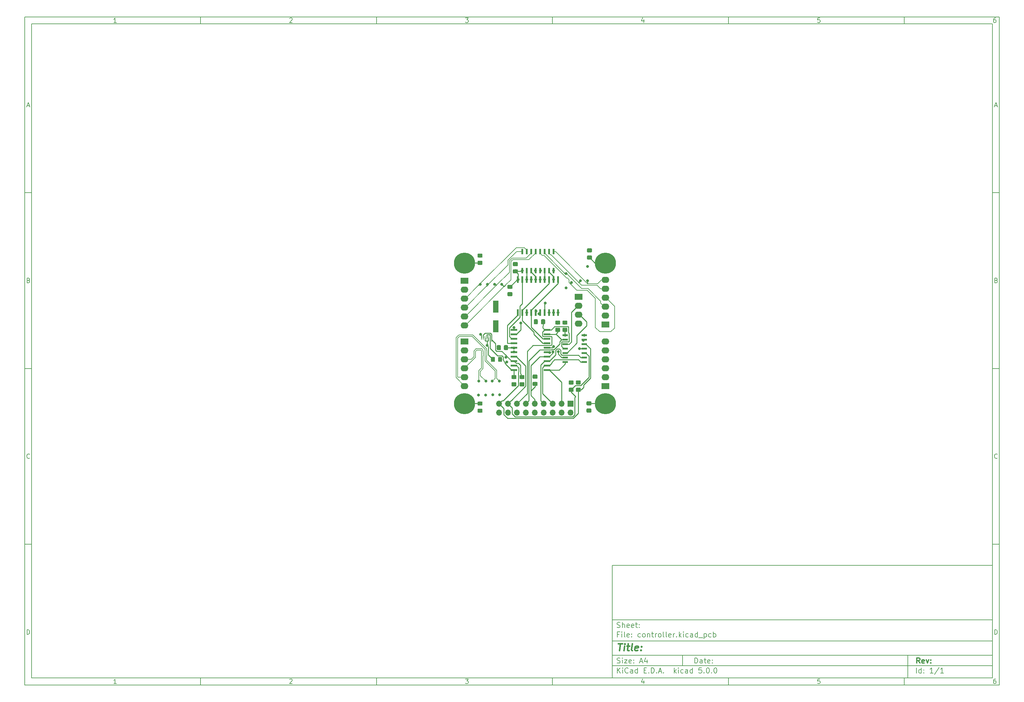
<source format=gtl>
G04 #@! TF.GenerationSoftware,KiCad,Pcbnew,5.0.0*
G04 #@! TF.CreationDate,2018-10-21T13:39:10+10:00*
G04 #@! TF.ProjectId,controller,636F6E74726F6C6C65722E6B69636164,rev?*
G04 #@! TF.SameCoordinates,Original*
G04 #@! TF.FileFunction,Copper,L1,Top,Signal*
G04 #@! TF.FilePolarity,Positive*
%FSLAX46Y46*%
G04 Gerber Fmt 4.6, Leading zero omitted, Abs format (unit mm)*
G04 Created by KiCad (PCBNEW 5.0.0) date Sun Oct 21 13:39:10 2018*
%MOMM*%
%LPD*%
G01*
G04 APERTURE LIST*
%ADD10C,0.100000*%
%ADD11C,0.150000*%
%ADD12C,0.300000*%
%ADD13C,0.400000*%
G04 #@! TA.AperFunction,ComponentPad*
%ADD14R,2.200000X1.740000*%
G04 #@! TD*
G04 #@! TA.AperFunction,ComponentPad*
%ADD15O,2.200000X1.740000*%
G04 #@! TD*
G04 #@! TA.AperFunction,ComponentPad*
%ADD16R,1.700000X1.700000*%
G04 #@! TD*
G04 #@! TA.AperFunction,ComponentPad*
%ADD17O,1.700000X1.700000*%
G04 #@! TD*
G04 #@! TA.AperFunction,SMDPad,CuDef*
%ADD18R,0.250000X1.100000*%
G04 #@! TD*
G04 #@! TA.AperFunction,SMDPad,CuDef*
%ADD19R,0.600000X1.950000*%
G04 #@! TD*
G04 #@! TA.AperFunction,Conductor*
%ADD20C,0.100000*%
G04 #@! TD*
G04 #@! TA.AperFunction,SMDPad,CuDef*
%ADD21C,1.150000*%
G04 #@! TD*
G04 #@! TA.AperFunction,SMDPad,CuDef*
%ADD22R,1.600000X3.500000*%
G04 #@! TD*
G04 #@! TA.AperFunction,ComponentPad*
%ADD23C,0.800000*%
G04 #@! TD*
G04 #@! TA.AperFunction,ComponentPad*
%ADD24C,6.000000*%
G04 #@! TD*
G04 #@! TA.AperFunction,SMDPad,CuDef*
%ADD25R,1.950000X0.600000*%
G04 #@! TD*
G04 #@! TA.AperFunction,SMDPad,CuDef*
%ADD26R,1.500000X0.600000*%
G04 #@! TD*
G04 #@! TA.AperFunction,SMDPad,CuDef*
%ADD27R,0.600000X1.500000*%
G04 #@! TD*
G04 #@! TA.AperFunction,ViaPad*
%ADD28C,0.800000*%
G04 #@! TD*
G04 #@! TA.AperFunction,Conductor*
%ADD29C,0.250000*%
G04 #@! TD*
G04 #@! TA.AperFunction,Conductor*
%ADD30C,0.200000*%
G04 #@! TD*
G04 APERTURE END LIST*
D10*
D11*
X177002200Y-166007200D02*
X177002200Y-198007200D01*
X285002200Y-198007200D01*
X285002200Y-166007200D01*
X177002200Y-166007200D01*
D10*
D11*
X10000000Y-10000000D02*
X10000000Y-200007200D01*
X287002200Y-200007200D01*
X287002200Y-10000000D01*
X10000000Y-10000000D01*
D10*
D11*
X12000000Y-12000000D02*
X12000000Y-198007200D01*
X285002200Y-198007200D01*
X285002200Y-12000000D01*
X12000000Y-12000000D01*
D10*
D11*
X60000000Y-12000000D02*
X60000000Y-10000000D01*
D10*
D11*
X110000000Y-12000000D02*
X110000000Y-10000000D01*
D10*
D11*
X160000000Y-12000000D02*
X160000000Y-10000000D01*
D10*
D11*
X210000000Y-12000000D02*
X210000000Y-10000000D01*
D10*
D11*
X260000000Y-12000000D02*
X260000000Y-10000000D01*
D10*
D11*
X36065476Y-11588095D02*
X35322619Y-11588095D01*
X35694047Y-11588095D02*
X35694047Y-10288095D01*
X35570238Y-10473809D01*
X35446428Y-10597619D01*
X35322619Y-10659523D01*
D10*
D11*
X85322619Y-10411904D02*
X85384523Y-10350000D01*
X85508333Y-10288095D01*
X85817857Y-10288095D01*
X85941666Y-10350000D01*
X86003571Y-10411904D01*
X86065476Y-10535714D01*
X86065476Y-10659523D01*
X86003571Y-10845238D01*
X85260714Y-11588095D01*
X86065476Y-11588095D01*
D10*
D11*
X135260714Y-10288095D02*
X136065476Y-10288095D01*
X135632142Y-10783333D01*
X135817857Y-10783333D01*
X135941666Y-10845238D01*
X136003571Y-10907142D01*
X136065476Y-11030952D01*
X136065476Y-11340476D01*
X136003571Y-11464285D01*
X135941666Y-11526190D01*
X135817857Y-11588095D01*
X135446428Y-11588095D01*
X135322619Y-11526190D01*
X135260714Y-11464285D01*
D10*
D11*
X185941666Y-10721428D02*
X185941666Y-11588095D01*
X185632142Y-10226190D02*
X185322619Y-11154761D01*
X186127380Y-11154761D01*
D10*
D11*
X236003571Y-10288095D02*
X235384523Y-10288095D01*
X235322619Y-10907142D01*
X235384523Y-10845238D01*
X235508333Y-10783333D01*
X235817857Y-10783333D01*
X235941666Y-10845238D01*
X236003571Y-10907142D01*
X236065476Y-11030952D01*
X236065476Y-11340476D01*
X236003571Y-11464285D01*
X235941666Y-11526190D01*
X235817857Y-11588095D01*
X235508333Y-11588095D01*
X235384523Y-11526190D01*
X235322619Y-11464285D01*
D10*
D11*
X285941666Y-10288095D02*
X285694047Y-10288095D01*
X285570238Y-10350000D01*
X285508333Y-10411904D01*
X285384523Y-10597619D01*
X285322619Y-10845238D01*
X285322619Y-11340476D01*
X285384523Y-11464285D01*
X285446428Y-11526190D01*
X285570238Y-11588095D01*
X285817857Y-11588095D01*
X285941666Y-11526190D01*
X286003571Y-11464285D01*
X286065476Y-11340476D01*
X286065476Y-11030952D01*
X286003571Y-10907142D01*
X285941666Y-10845238D01*
X285817857Y-10783333D01*
X285570238Y-10783333D01*
X285446428Y-10845238D01*
X285384523Y-10907142D01*
X285322619Y-11030952D01*
D10*
D11*
X60000000Y-198007200D02*
X60000000Y-200007200D01*
D10*
D11*
X110000000Y-198007200D02*
X110000000Y-200007200D01*
D10*
D11*
X160000000Y-198007200D02*
X160000000Y-200007200D01*
D10*
D11*
X210000000Y-198007200D02*
X210000000Y-200007200D01*
D10*
D11*
X260000000Y-198007200D02*
X260000000Y-200007200D01*
D10*
D11*
X36065476Y-199595295D02*
X35322619Y-199595295D01*
X35694047Y-199595295D02*
X35694047Y-198295295D01*
X35570238Y-198481009D01*
X35446428Y-198604819D01*
X35322619Y-198666723D01*
D10*
D11*
X85322619Y-198419104D02*
X85384523Y-198357200D01*
X85508333Y-198295295D01*
X85817857Y-198295295D01*
X85941666Y-198357200D01*
X86003571Y-198419104D01*
X86065476Y-198542914D01*
X86065476Y-198666723D01*
X86003571Y-198852438D01*
X85260714Y-199595295D01*
X86065476Y-199595295D01*
D10*
D11*
X135260714Y-198295295D02*
X136065476Y-198295295D01*
X135632142Y-198790533D01*
X135817857Y-198790533D01*
X135941666Y-198852438D01*
X136003571Y-198914342D01*
X136065476Y-199038152D01*
X136065476Y-199347676D01*
X136003571Y-199471485D01*
X135941666Y-199533390D01*
X135817857Y-199595295D01*
X135446428Y-199595295D01*
X135322619Y-199533390D01*
X135260714Y-199471485D01*
D10*
D11*
X185941666Y-198728628D02*
X185941666Y-199595295D01*
X185632142Y-198233390D02*
X185322619Y-199161961D01*
X186127380Y-199161961D01*
D10*
D11*
X236003571Y-198295295D02*
X235384523Y-198295295D01*
X235322619Y-198914342D01*
X235384523Y-198852438D01*
X235508333Y-198790533D01*
X235817857Y-198790533D01*
X235941666Y-198852438D01*
X236003571Y-198914342D01*
X236065476Y-199038152D01*
X236065476Y-199347676D01*
X236003571Y-199471485D01*
X235941666Y-199533390D01*
X235817857Y-199595295D01*
X235508333Y-199595295D01*
X235384523Y-199533390D01*
X235322619Y-199471485D01*
D10*
D11*
X285941666Y-198295295D02*
X285694047Y-198295295D01*
X285570238Y-198357200D01*
X285508333Y-198419104D01*
X285384523Y-198604819D01*
X285322619Y-198852438D01*
X285322619Y-199347676D01*
X285384523Y-199471485D01*
X285446428Y-199533390D01*
X285570238Y-199595295D01*
X285817857Y-199595295D01*
X285941666Y-199533390D01*
X286003571Y-199471485D01*
X286065476Y-199347676D01*
X286065476Y-199038152D01*
X286003571Y-198914342D01*
X285941666Y-198852438D01*
X285817857Y-198790533D01*
X285570238Y-198790533D01*
X285446428Y-198852438D01*
X285384523Y-198914342D01*
X285322619Y-199038152D01*
D10*
D11*
X10000000Y-60000000D02*
X12000000Y-60000000D01*
D10*
D11*
X10000000Y-110000000D02*
X12000000Y-110000000D01*
D10*
D11*
X10000000Y-160000000D02*
X12000000Y-160000000D01*
D10*
D11*
X10690476Y-35216666D02*
X11309523Y-35216666D01*
X10566666Y-35588095D02*
X11000000Y-34288095D01*
X11433333Y-35588095D01*
D10*
D11*
X11092857Y-84907142D02*
X11278571Y-84969047D01*
X11340476Y-85030952D01*
X11402380Y-85154761D01*
X11402380Y-85340476D01*
X11340476Y-85464285D01*
X11278571Y-85526190D01*
X11154761Y-85588095D01*
X10659523Y-85588095D01*
X10659523Y-84288095D01*
X11092857Y-84288095D01*
X11216666Y-84350000D01*
X11278571Y-84411904D01*
X11340476Y-84535714D01*
X11340476Y-84659523D01*
X11278571Y-84783333D01*
X11216666Y-84845238D01*
X11092857Y-84907142D01*
X10659523Y-84907142D01*
D10*
D11*
X11402380Y-135464285D02*
X11340476Y-135526190D01*
X11154761Y-135588095D01*
X11030952Y-135588095D01*
X10845238Y-135526190D01*
X10721428Y-135402380D01*
X10659523Y-135278571D01*
X10597619Y-135030952D01*
X10597619Y-134845238D01*
X10659523Y-134597619D01*
X10721428Y-134473809D01*
X10845238Y-134350000D01*
X11030952Y-134288095D01*
X11154761Y-134288095D01*
X11340476Y-134350000D01*
X11402380Y-134411904D01*
D10*
D11*
X10659523Y-185588095D02*
X10659523Y-184288095D01*
X10969047Y-184288095D01*
X11154761Y-184350000D01*
X11278571Y-184473809D01*
X11340476Y-184597619D01*
X11402380Y-184845238D01*
X11402380Y-185030952D01*
X11340476Y-185278571D01*
X11278571Y-185402380D01*
X11154761Y-185526190D01*
X10969047Y-185588095D01*
X10659523Y-185588095D01*
D10*
D11*
X287002200Y-60000000D02*
X285002200Y-60000000D01*
D10*
D11*
X287002200Y-110000000D02*
X285002200Y-110000000D01*
D10*
D11*
X287002200Y-160000000D02*
X285002200Y-160000000D01*
D10*
D11*
X285692676Y-35216666D02*
X286311723Y-35216666D01*
X285568866Y-35588095D02*
X286002200Y-34288095D01*
X286435533Y-35588095D01*
D10*
D11*
X286095057Y-84907142D02*
X286280771Y-84969047D01*
X286342676Y-85030952D01*
X286404580Y-85154761D01*
X286404580Y-85340476D01*
X286342676Y-85464285D01*
X286280771Y-85526190D01*
X286156961Y-85588095D01*
X285661723Y-85588095D01*
X285661723Y-84288095D01*
X286095057Y-84288095D01*
X286218866Y-84350000D01*
X286280771Y-84411904D01*
X286342676Y-84535714D01*
X286342676Y-84659523D01*
X286280771Y-84783333D01*
X286218866Y-84845238D01*
X286095057Y-84907142D01*
X285661723Y-84907142D01*
D10*
D11*
X286404580Y-135464285D02*
X286342676Y-135526190D01*
X286156961Y-135588095D01*
X286033152Y-135588095D01*
X285847438Y-135526190D01*
X285723628Y-135402380D01*
X285661723Y-135278571D01*
X285599819Y-135030952D01*
X285599819Y-134845238D01*
X285661723Y-134597619D01*
X285723628Y-134473809D01*
X285847438Y-134350000D01*
X286033152Y-134288095D01*
X286156961Y-134288095D01*
X286342676Y-134350000D01*
X286404580Y-134411904D01*
D10*
D11*
X285661723Y-185588095D02*
X285661723Y-184288095D01*
X285971247Y-184288095D01*
X286156961Y-184350000D01*
X286280771Y-184473809D01*
X286342676Y-184597619D01*
X286404580Y-184845238D01*
X286404580Y-185030952D01*
X286342676Y-185278571D01*
X286280771Y-185402380D01*
X286156961Y-185526190D01*
X285971247Y-185588095D01*
X285661723Y-185588095D01*
D10*
D11*
X200434342Y-193785771D02*
X200434342Y-192285771D01*
X200791485Y-192285771D01*
X201005771Y-192357200D01*
X201148628Y-192500057D01*
X201220057Y-192642914D01*
X201291485Y-192928628D01*
X201291485Y-193142914D01*
X201220057Y-193428628D01*
X201148628Y-193571485D01*
X201005771Y-193714342D01*
X200791485Y-193785771D01*
X200434342Y-193785771D01*
X202577200Y-193785771D02*
X202577200Y-193000057D01*
X202505771Y-192857200D01*
X202362914Y-192785771D01*
X202077200Y-192785771D01*
X201934342Y-192857200D01*
X202577200Y-193714342D02*
X202434342Y-193785771D01*
X202077200Y-193785771D01*
X201934342Y-193714342D01*
X201862914Y-193571485D01*
X201862914Y-193428628D01*
X201934342Y-193285771D01*
X202077200Y-193214342D01*
X202434342Y-193214342D01*
X202577200Y-193142914D01*
X203077200Y-192785771D02*
X203648628Y-192785771D01*
X203291485Y-192285771D02*
X203291485Y-193571485D01*
X203362914Y-193714342D01*
X203505771Y-193785771D01*
X203648628Y-193785771D01*
X204720057Y-193714342D02*
X204577200Y-193785771D01*
X204291485Y-193785771D01*
X204148628Y-193714342D01*
X204077200Y-193571485D01*
X204077200Y-193000057D01*
X204148628Y-192857200D01*
X204291485Y-192785771D01*
X204577200Y-192785771D01*
X204720057Y-192857200D01*
X204791485Y-193000057D01*
X204791485Y-193142914D01*
X204077200Y-193285771D01*
X205434342Y-193642914D02*
X205505771Y-193714342D01*
X205434342Y-193785771D01*
X205362914Y-193714342D01*
X205434342Y-193642914D01*
X205434342Y-193785771D01*
X205434342Y-192857200D02*
X205505771Y-192928628D01*
X205434342Y-193000057D01*
X205362914Y-192928628D01*
X205434342Y-192857200D01*
X205434342Y-193000057D01*
D10*
D11*
X177002200Y-194507200D02*
X285002200Y-194507200D01*
D10*
D11*
X178434342Y-196585771D02*
X178434342Y-195085771D01*
X179291485Y-196585771D02*
X178648628Y-195728628D01*
X179291485Y-195085771D02*
X178434342Y-195942914D01*
X179934342Y-196585771D02*
X179934342Y-195585771D01*
X179934342Y-195085771D02*
X179862914Y-195157200D01*
X179934342Y-195228628D01*
X180005771Y-195157200D01*
X179934342Y-195085771D01*
X179934342Y-195228628D01*
X181505771Y-196442914D02*
X181434342Y-196514342D01*
X181220057Y-196585771D01*
X181077200Y-196585771D01*
X180862914Y-196514342D01*
X180720057Y-196371485D01*
X180648628Y-196228628D01*
X180577200Y-195942914D01*
X180577200Y-195728628D01*
X180648628Y-195442914D01*
X180720057Y-195300057D01*
X180862914Y-195157200D01*
X181077200Y-195085771D01*
X181220057Y-195085771D01*
X181434342Y-195157200D01*
X181505771Y-195228628D01*
X182791485Y-196585771D02*
X182791485Y-195800057D01*
X182720057Y-195657200D01*
X182577200Y-195585771D01*
X182291485Y-195585771D01*
X182148628Y-195657200D01*
X182791485Y-196514342D02*
X182648628Y-196585771D01*
X182291485Y-196585771D01*
X182148628Y-196514342D01*
X182077200Y-196371485D01*
X182077200Y-196228628D01*
X182148628Y-196085771D01*
X182291485Y-196014342D01*
X182648628Y-196014342D01*
X182791485Y-195942914D01*
X184148628Y-196585771D02*
X184148628Y-195085771D01*
X184148628Y-196514342D02*
X184005771Y-196585771D01*
X183720057Y-196585771D01*
X183577200Y-196514342D01*
X183505771Y-196442914D01*
X183434342Y-196300057D01*
X183434342Y-195871485D01*
X183505771Y-195728628D01*
X183577200Y-195657200D01*
X183720057Y-195585771D01*
X184005771Y-195585771D01*
X184148628Y-195657200D01*
X186005771Y-195800057D02*
X186505771Y-195800057D01*
X186720057Y-196585771D02*
X186005771Y-196585771D01*
X186005771Y-195085771D01*
X186720057Y-195085771D01*
X187362914Y-196442914D02*
X187434342Y-196514342D01*
X187362914Y-196585771D01*
X187291485Y-196514342D01*
X187362914Y-196442914D01*
X187362914Y-196585771D01*
X188077200Y-196585771D02*
X188077200Y-195085771D01*
X188434342Y-195085771D01*
X188648628Y-195157200D01*
X188791485Y-195300057D01*
X188862914Y-195442914D01*
X188934342Y-195728628D01*
X188934342Y-195942914D01*
X188862914Y-196228628D01*
X188791485Y-196371485D01*
X188648628Y-196514342D01*
X188434342Y-196585771D01*
X188077200Y-196585771D01*
X189577200Y-196442914D02*
X189648628Y-196514342D01*
X189577200Y-196585771D01*
X189505771Y-196514342D01*
X189577200Y-196442914D01*
X189577200Y-196585771D01*
X190220057Y-196157200D02*
X190934342Y-196157200D01*
X190077200Y-196585771D02*
X190577200Y-195085771D01*
X191077200Y-196585771D01*
X191577200Y-196442914D02*
X191648628Y-196514342D01*
X191577200Y-196585771D01*
X191505771Y-196514342D01*
X191577200Y-196442914D01*
X191577200Y-196585771D01*
X194577200Y-196585771D02*
X194577200Y-195085771D01*
X194720057Y-196014342D02*
X195148628Y-196585771D01*
X195148628Y-195585771D02*
X194577200Y-196157200D01*
X195791485Y-196585771D02*
X195791485Y-195585771D01*
X195791485Y-195085771D02*
X195720057Y-195157200D01*
X195791485Y-195228628D01*
X195862914Y-195157200D01*
X195791485Y-195085771D01*
X195791485Y-195228628D01*
X197148628Y-196514342D02*
X197005771Y-196585771D01*
X196720057Y-196585771D01*
X196577200Y-196514342D01*
X196505771Y-196442914D01*
X196434342Y-196300057D01*
X196434342Y-195871485D01*
X196505771Y-195728628D01*
X196577200Y-195657200D01*
X196720057Y-195585771D01*
X197005771Y-195585771D01*
X197148628Y-195657200D01*
X198434342Y-196585771D02*
X198434342Y-195800057D01*
X198362914Y-195657200D01*
X198220057Y-195585771D01*
X197934342Y-195585771D01*
X197791485Y-195657200D01*
X198434342Y-196514342D02*
X198291485Y-196585771D01*
X197934342Y-196585771D01*
X197791485Y-196514342D01*
X197720057Y-196371485D01*
X197720057Y-196228628D01*
X197791485Y-196085771D01*
X197934342Y-196014342D01*
X198291485Y-196014342D01*
X198434342Y-195942914D01*
X199791485Y-196585771D02*
X199791485Y-195085771D01*
X199791485Y-196514342D02*
X199648628Y-196585771D01*
X199362914Y-196585771D01*
X199220057Y-196514342D01*
X199148628Y-196442914D01*
X199077200Y-196300057D01*
X199077200Y-195871485D01*
X199148628Y-195728628D01*
X199220057Y-195657200D01*
X199362914Y-195585771D01*
X199648628Y-195585771D01*
X199791485Y-195657200D01*
X202362914Y-195085771D02*
X201648628Y-195085771D01*
X201577200Y-195800057D01*
X201648628Y-195728628D01*
X201791485Y-195657200D01*
X202148628Y-195657200D01*
X202291485Y-195728628D01*
X202362914Y-195800057D01*
X202434342Y-195942914D01*
X202434342Y-196300057D01*
X202362914Y-196442914D01*
X202291485Y-196514342D01*
X202148628Y-196585771D01*
X201791485Y-196585771D01*
X201648628Y-196514342D01*
X201577200Y-196442914D01*
X203077200Y-196442914D02*
X203148628Y-196514342D01*
X203077200Y-196585771D01*
X203005771Y-196514342D01*
X203077200Y-196442914D01*
X203077200Y-196585771D01*
X204077200Y-195085771D02*
X204220057Y-195085771D01*
X204362914Y-195157200D01*
X204434342Y-195228628D01*
X204505771Y-195371485D01*
X204577200Y-195657200D01*
X204577200Y-196014342D01*
X204505771Y-196300057D01*
X204434342Y-196442914D01*
X204362914Y-196514342D01*
X204220057Y-196585771D01*
X204077200Y-196585771D01*
X203934342Y-196514342D01*
X203862914Y-196442914D01*
X203791485Y-196300057D01*
X203720057Y-196014342D01*
X203720057Y-195657200D01*
X203791485Y-195371485D01*
X203862914Y-195228628D01*
X203934342Y-195157200D01*
X204077200Y-195085771D01*
X205220057Y-196442914D02*
X205291485Y-196514342D01*
X205220057Y-196585771D01*
X205148628Y-196514342D01*
X205220057Y-196442914D01*
X205220057Y-196585771D01*
X206220057Y-195085771D02*
X206362914Y-195085771D01*
X206505771Y-195157200D01*
X206577200Y-195228628D01*
X206648628Y-195371485D01*
X206720057Y-195657200D01*
X206720057Y-196014342D01*
X206648628Y-196300057D01*
X206577200Y-196442914D01*
X206505771Y-196514342D01*
X206362914Y-196585771D01*
X206220057Y-196585771D01*
X206077200Y-196514342D01*
X206005771Y-196442914D01*
X205934342Y-196300057D01*
X205862914Y-196014342D01*
X205862914Y-195657200D01*
X205934342Y-195371485D01*
X206005771Y-195228628D01*
X206077200Y-195157200D01*
X206220057Y-195085771D01*
D10*
D11*
X177002200Y-191507200D02*
X285002200Y-191507200D01*
D10*
D12*
X264411485Y-193785771D02*
X263911485Y-193071485D01*
X263554342Y-193785771D02*
X263554342Y-192285771D01*
X264125771Y-192285771D01*
X264268628Y-192357200D01*
X264340057Y-192428628D01*
X264411485Y-192571485D01*
X264411485Y-192785771D01*
X264340057Y-192928628D01*
X264268628Y-193000057D01*
X264125771Y-193071485D01*
X263554342Y-193071485D01*
X265625771Y-193714342D02*
X265482914Y-193785771D01*
X265197200Y-193785771D01*
X265054342Y-193714342D01*
X264982914Y-193571485D01*
X264982914Y-193000057D01*
X265054342Y-192857200D01*
X265197200Y-192785771D01*
X265482914Y-192785771D01*
X265625771Y-192857200D01*
X265697200Y-193000057D01*
X265697200Y-193142914D01*
X264982914Y-193285771D01*
X266197200Y-192785771D02*
X266554342Y-193785771D01*
X266911485Y-192785771D01*
X267482914Y-193642914D02*
X267554342Y-193714342D01*
X267482914Y-193785771D01*
X267411485Y-193714342D01*
X267482914Y-193642914D01*
X267482914Y-193785771D01*
X267482914Y-192857200D02*
X267554342Y-192928628D01*
X267482914Y-193000057D01*
X267411485Y-192928628D01*
X267482914Y-192857200D01*
X267482914Y-193000057D01*
D10*
D11*
X178362914Y-193714342D02*
X178577200Y-193785771D01*
X178934342Y-193785771D01*
X179077200Y-193714342D01*
X179148628Y-193642914D01*
X179220057Y-193500057D01*
X179220057Y-193357200D01*
X179148628Y-193214342D01*
X179077200Y-193142914D01*
X178934342Y-193071485D01*
X178648628Y-193000057D01*
X178505771Y-192928628D01*
X178434342Y-192857200D01*
X178362914Y-192714342D01*
X178362914Y-192571485D01*
X178434342Y-192428628D01*
X178505771Y-192357200D01*
X178648628Y-192285771D01*
X179005771Y-192285771D01*
X179220057Y-192357200D01*
X179862914Y-193785771D02*
X179862914Y-192785771D01*
X179862914Y-192285771D02*
X179791485Y-192357200D01*
X179862914Y-192428628D01*
X179934342Y-192357200D01*
X179862914Y-192285771D01*
X179862914Y-192428628D01*
X180434342Y-192785771D02*
X181220057Y-192785771D01*
X180434342Y-193785771D01*
X181220057Y-193785771D01*
X182362914Y-193714342D02*
X182220057Y-193785771D01*
X181934342Y-193785771D01*
X181791485Y-193714342D01*
X181720057Y-193571485D01*
X181720057Y-193000057D01*
X181791485Y-192857200D01*
X181934342Y-192785771D01*
X182220057Y-192785771D01*
X182362914Y-192857200D01*
X182434342Y-193000057D01*
X182434342Y-193142914D01*
X181720057Y-193285771D01*
X183077200Y-193642914D02*
X183148628Y-193714342D01*
X183077200Y-193785771D01*
X183005771Y-193714342D01*
X183077200Y-193642914D01*
X183077200Y-193785771D01*
X183077200Y-192857200D02*
X183148628Y-192928628D01*
X183077200Y-193000057D01*
X183005771Y-192928628D01*
X183077200Y-192857200D01*
X183077200Y-193000057D01*
X184862914Y-193357200D02*
X185577200Y-193357200D01*
X184720057Y-193785771D02*
X185220057Y-192285771D01*
X185720057Y-193785771D01*
X186862914Y-192785771D02*
X186862914Y-193785771D01*
X186505771Y-192214342D02*
X186148628Y-193285771D01*
X187077200Y-193285771D01*
D10*
D11*
X263434342Y-196585771D02*
X263434342Y-195085771D01*
X264791485Y-196585771D02*
X264791485Y-195085771D01*
X264791485Y-196514342D02*
X264648628Y-196585771D01*
X264362914Y-196585771D01*
X264220057Y-196514342D01*
X264148628Y-196442914D01*
X264077200Y-196300057D01*
X264077200Y-195871485D01*
X264148628Y-195728628D01*
X264220057Y-195657200D01*
X264362914Y-195585771D01*
X264648628Y-195585771D01*
X264791485Y-195657200D01*
X265505771Y-196442914D02*
X265577200Y-196514342D01*
X265505771Y-196585771D01*
X265434342Y-196514342D01*
X265505771Y-196442914D01*
X265505771Y-196585771D01*
X265505771Y-195657200D02*
X265577200Y-195728628D01*
X265505771Y-195800057D01*
X265434342Y-195728628D01*
X265505771Y-195657200D01*
X265505771Y-195800057D01*
X268148628Y-196585771D02*
X267291485Y-196585771D01*
X267720057Y-196585771D02*
X267720057Y-195085771D01*
X267577200Y-195300057D01*
X267434342Y-195442914D01*
X267291485Y-195514342D01*
X269862914Y-195014342D02*
X268577200Y-196942914D01*
X271148628Y-196585771D02*
X270291485Y-196585771D01*
X270720057Y-196585771D02*
X270720057Y-195085771D01*
X270577200Y-195300057D01*
X270434342Y-195442914D01*
X270291485Y-195514342D01*
D10*
D11*
X177002200Y-187507200D02*
X285002200Y-187507200D01*
D10*
D13*
X178714580Y-188211961D02*
X179857438Y-188211961D01*
X179036009Y-190211961D02*
X179286009Y-188211961D01*
X180274104Y-190211961D02*
X180440771Y-188878628D01*
X180524104Y-188211961D02*
X180416961Y-188307200D01*
X180500295Y-188402438D01*
X180607438Y-188307200D01*
X180524104Y-188211961D01*
X180500295Y-188402438D01*
X181107438Y-188878628D02*
X181869342Y-188878628D01*
X181476485Y-188211961D02*
X181262200Y-189926247D01*
X181333628Y-190116723D01*
X181512200Y-190211961D01*
X181702676Y-190211961D01*
X182655057Y-190211961D02*
X182476485Y-190116723D01*
X182405057Y-189926247D01*
X182619342Y-188211961D01*
X184190771Y-190116723D02*
X183988390Y-190211961D01*
X183607438Y-190211961D01*
X183428866Y-190116723D01*
X183357438Y-189926247D01*
X183452676Y-189164342D01*
X183571723Y-188973866D01*
X183774104Y-188878628D01*
X184155057Y-188878628D01*
X184333628Y-188973866D01*
X184405057Y-189164342D01*
X184381247Y-189354819D01*
X183405057Y-189545295D01*
X185155057Y-190021485D02*
X185238390Y-190116723D01*
X185131247Y-190211961D01*
X185047914Y-190116723D01*
X185155057Y-190021485D01*
X185131247Y-190211961D01*
X185286009Y-188973866D02*
X185369342Y-189069104D01*
X185262200Y-189164342D01*
X185178866Y-189069104D01*
X185286009Y-188973866D01*
X185262200Y-189164342D01*
D10*
D11*
X178934342Y-185600057D02*
X178434342Y-185600057D01*
X178434342Y-186385771D02*
X178434342Y-184885771D01*
X179148628Y-184885771D01*
X179720057Y-186385771D02*
X179720057Y-185385771D01*
X179720057Y-184885771D02*
X179648628Y-184957200D01*
X179720057Y-185028628D01*
X179791485Y-184957200D01*
X179720057Y-184885771D01*
X179720057Y-185028628D01*
X180648628Y-186385771D02*
X180505771Y-186314342D01*
X180434342Y-186171485D01*
X180434342Y-184885771D01*
X181791485Y-186314342D02*
X181648628Y-186385771D01*
X181362914Y-186385771D01*
X181220057Y-186314342D01*
X181148628Y-186171485D01*
X181148628Y-185600057D01*
X181220057Y-185457200D01*
X181362914Y-185385771D01*
X181648628Y-185385771D01*
X181791485Y-185457200D01*
X181862914Y-185600057D01*
X181862914Y-185742914D01*
X181148628Y-185885771D01*
X182505771Y-186242914D02*
X182577200Y-186314342D01*
X182505771Y-186385771D01*
X182434342Y-186314342D01*
X182505771Y-186242914D01*
X182505771Y-186385771D01*
X182505771Y-185457200D02*
X182577200Y-185528628D01*
X182505771Y-185600057D01*
X182434342Y-185528628D01*
X182505771Y-185457200D01*
X182505771Y-185600057D01*
X185005771Y-186314342D02*
X184862914Y-186385771D01*
X184577200Y-186385771D01*
X184434342Y-186314342D01*
X184362914Y-186242914D01*
X184291485Y-186100057D01*
X184291485Y-185671485D01*
X184362914Y-185528628D01*
X184434342Y-185457200D01*
X184577200Y-185385771D01*
X184862914Y-185385771D01*
X185005771Y-185457200D01*
X185862914Y-186385771D02*
X185720057Y-186314342D01*
X185648628Y-186242914D01*
X185577200Y-186100057D01*
X185577200Y-185671485D01*
X185648628Y-185528628D01*
X185720057Y-185457200D01*
X185862914Y-185385771D01*
X186077200Y-185385771D01*
X186220057Y-185457200D01*
X186291485Y-185528628D01*
X186362914Y-185671485D01*
X186362914Y-186100057D01*
X186291485Y-186242914D01*
X186220057Y-186314342D01*
X186077200Y-186385771D01*
X185862914Y-186385771D01*
X187005771Y-185385771D02*
X187005771Y-186385771D01*
X187005771Y-185528628D02*
X187077200Y-185457200D01*
X187220057Y-185385771D01*
X187434342Y-185385771D01*
X187577200Y-185457200D01*
X187648628Y-185600057D01*
X187648628Y-186385771D01*
X188148628Y-185385771D02*
X188720057Y-185385771D01*
X188362914Y-184885771D02*
X188362914Y-186171485D01*
X188434342Y-186314342D01*
X188577200Y-186385771D01*
X188720057Y-186385771D01*
X189220057Y-186385771D02*
X189220057Y-185385771D01*
X189220057Y-185671485D02*
X189291485Y-185528628D01*
X189362914Y-185457200D01*
X189505771Y-185385771D01*
X189648628Y-185385771D01*
X190362914Y-186385771D02*
X190220057Y-186314342D01*
X190148628Y-186242914D01*
X190077200Y-186100057D01*
X190077200Y-185671485D01*
X190148628Y-185528628D01*
X190220057Y-185457200D01*
X190362914Y-185385771D01*
X190577200Y-185385771D01*
X190720057Y-185457200D01*
X190791485Y-185528628D01*
X190862914Y-185671485D01*
X190862914Y-186100057D01*
X190791485Y-186242914D01*
X190720057Y-186314342D01*
X190577200Y-186385771D01*
X190362914Y-186385771D01*
X191720057Y-186385771D02*
X191577200Y-186314342D01*
X191505771Y-186171485D01*
X191505771Y-184885771D01*
X192505771Y-186385771D02*
X192362914Y-186314342D01*
X192291485Y-186171485D01*
X192291485Y-184885771D01*
X193648628Y-186314342D02*
X193505771Y-186385771D01*
X193220057Y-186385771D01*
X193077200Y-186314342D01*
X193005771Y-186171485D01*
X193005771Y-185600057D01*
X193077200Y-185457200D01*
X193220057Y-185385771D01*
X193505771Y-185385771D01*
X193648628Y-185457200D01*
X193720057Y-185600057D01*
X193720057Y-185742914D01*
X193005771Y-185885771D01*
X194362914Y-186385771D02*
X194362914Y-185385771D01*
X194362914Y-185671485D02*
X194434342Y-185528628D01*
X194505771Y-185457200D01*
X194648628Y-185385771D01*
X194791485Y-185385771D01*
X195291485Y-186242914D02*
X195362914Y-186314342D01*
X195291485Y-186385771D01*
X195220057Y-186314342D01*
X195291485Y-186242914D01*
X195291485Y-186385771D01*
X196005771Y-186385771D02*
X196005771Y-184885771D01*
X196148628Y-185814342D02*
X196577200Y-186385771D01*
X196577200Y-185385771D02*
X196005771Y-185957200D01*
X197220057Y-186385771D02*
X197220057Y-185385771D01*
X197220057Y-184885771D02*
X197148628Y-184957200D01*
X197220057Y-185028628D01*
X197291485Y-184957200D01*
X197220057Y-184885771D01*
X197220057Y-185028628D01*
X198577200Y-186314342D02*
X198434342Y-186385771D01*
X198148628Y-186385771D01*
X198005771Y-186314342D01*
X197934342Y-186242914D01*
X197862914Y-186100057D01*
X197862914Y-185671485D01*
X197934342Y-185528628D01*
X198005771Y-185457200D01*
X198148628Y-185385771D01*
X198434342Y-185385771D01*
X198577200Y-185457200D01*
X199862914Y-186385771D02*
X199862914Y-185600057D01*
X199791485Y-185457200D01*
X199648628Y-185385771D01*
X199362914Y-185385771D01*
X199220057Y-185457200D01*
X199862914Y-186314342D02*
X199720057Y-186385771D01*
X199362914Y-186385771D01*
X199220057Y-186314342D01*
X199148628Y-186171485D01*
X199148628Y-186028628D01*
X199220057Y-185885771D01*
X199362914Y-185814342D01*
X199720057Y-185814342D01*
X199862914Y-185742914D01*
X201220057Y-186385771D02*
X201220057Y-184885771D01*
X201220057Y-186314342D02*
X201077200Y-186385771D01*
X200791485Y-186385771D01*
X200648628Y-186314342D01*
X200577200Y-186242914D01*
X200505771Y-186100057D01*
X200505771Y-185671485D01*
X200577200Y-185528628D01*
X200648628Y-185457200D01*
X200791485Y-185385771D01*
X201077200Y-185385771D01*
X201220057Y-185457200D01*
X201577200Y-186528628D02*
X202720057Y-186528628D01*
X203077200Y-185385771D02*
X203077200Y-186885771D01*
X203077200Y-185457200D02*
X203220057Y-185385771D01*
X203505771Y-185385771D01*
X203648628Y-185457200D01*
X203720057Y-185528628D01*
X203791485Y-185671485D01*
X203791485Y-186100057D01*
X203720057Y-186242914D01*
X203648628Y-186314342D01*
X203505771Y-186385771D01*
X203220057Y-186385771D01*
X203077200Y-186314342D01*
X205077200Y-186314342D02*
X204934342Y-186385771D01*
X204648628Y-186385771D01*
X204505771Y-186314342D01*
X204434342Y-186242914D01*
X204362914Y-186100057D01*
X204362914Y-185671485D01*
X204434342Y-185528628D01*
X204505771Y-185457200D01*
X204648628Y-185385771D01*
X204934342Y-185385771D01*
X205077200Y-185457200D01*
X205720057Y-186385771D02*
X205720057Y-184885771D01*
X205720057Y-185457200D02*
X205862914Y-185385771D01*
X206148628Y-185385771D01*
X206291485Y-185457200D01*
X206362914Y-185528628D01*
X206434342Y-185671485D01*
X206434342Y-186100057D01*
X206362914Y-186242914D01*
X206291485Y-186314342D01*
X206148628Y-186385771D01*
X205862914Y-186385771D01*
X205720057Y-186314342D01*
D10*
D11*
X177002200Y-181507200D02*
X285002200Y-181507200D01*
D10*
D11*
X178362914Y-183614342D02*
X178577200Y-183685771D01*
X178934342Y-183685771D01*
X179077200Y-183614342D01*
X179148628Y-183542914D01*
X179220057Y-183400057D01*
X179220057Y-183257200D01*
X179148628Y-183114342D01*
X179077200Y-183042914D01*
X178934342Y-182971485D01*
X178648628Y-182900057D01*
X178505771Y-182828628D01*
X178434342Y-182757200D01*
X178362914Y-182614342D01*
X178362914Y-182471485D01*
X178434342Y-182328628D01*
X178505771Y-182257200D01*
X178648628Y-182185771D01*
X179005771Y-182185771D01*
X179220057Y-182257200D01*
X179862914Y-183685771D02*
X179862914Y-182185771D01*
X180505771Y-183685771D02*
X180505771Y-182900057D01*
X180434342Y-182757200D01*
X180291485Y-182685771D01*
X180077200Y-182685771D01*
X179934342Y-182757200D01*
X179862914Y-182828628D01*
X181791485Y-183614342D02*
X181648628Y-183685771D01*
X181362914Y-183685771D01*
X181220057Y-183614342D01*
X181148628Y-183471485D01*
X181148628Y-182900057D01*
X181220057Y-182757200D01*
X181362914Y-182685771D01*
X181648628Y-182685771D01*
X181791485Y-182757200D01*
X181862914Y-182900057D01*
X181862914Y-183042914D01*
X181148628Y-183185771D01*
X183077200Y-183614342D02*
X182934342Y-183685771D01*
X182648628Y-183685771D01*
X182505771Y-183614342D01*
X182434342Y-183471485D01*
X182434342Y-182900057D01*
X182505771Y-182757200D01*
X182648628Y-182685771D01*
X182934342Y-182685771D01*
X183077200Y-182757200D01*
X183148628Y-182900057D01*
X183148628Y-183042914D01*
X182434342Y-183185771D01*
X183577200Y-182685771D02*
X184148628Y-182685771D01*
X183791485Y-182185771D02*
X183791485Y-183471485D01*
X183862914Y-183614342D01*
X184005771Y-183685771D01*
X184148628Y-183685771D01*
X184648628Y-183542914D02*
X184720057Y-183614342D01*
X184648628Y-183685771D01*
X184577200Y-183614342D01*
X184648628Y-183542914D01*
X184648628Y-183685771D01*
X184648628Y-182757200D02*
X184720057Y-182828628D01*
X184648628Y-182900057D01*
X184577200Y-182828628D01*
X184648628Y-182757200D01*
X184648628Y-182900057D01*
D10*
D11*
X197002200Y-191507200D02*
X197002200Y-194507200D01*
D10*
D11*
X261002200Y-191507200D02*
X261002200Y-198007200D01*
D14*
G04 #@! TO.P,J2,1*
G04 #@! TO.N,VCC*
X167460000Y-89600000D03*
D15*
G04 #@! TO.P,J2,2*
G04 #@! TO.N,/T24_IO*
X167460000Y-92140000D03*
G04 #@! TO.P,J2,3*
G04 #@! TO.N,/T24_PWM*
X167460000Y-94680000D03*
G04 #@! TO.P,J2,4*
G04 #@! TO.N,GND*
X167460000Y-97220000D03*
G04 #@! TD*
D16*
G04 #@! TO.P,J1,1*
G04 #@! TO.N,VCC*
X165160000Y-120000000D03*
D17*
G04 #@! TO.P,J1,2*
G04 #@! TO.N,GND*
X165160000Y-122540000D03*
G04 #@! TO.P,J1,3*
G04 #@! TO.N,/MOSI*
X162620000Y-120000000D03*
G04 #@! TO.P,J1,4*
G04 #@! TO.N,GND*
X162620000Y-122540000D03*
G04 #@! TO.P,J1,5*
G04 #@! TO.N,/MISO*
X160080000Y-120000000D03*
G04 #@! TO.P,J1,6*
G04 #@! TO.N,GND*
X160080000Y-122540000D03*
G04 #@! TO.P,J1,7*
G04 #@! TO.N,/SCK*
X157540000Y-120000000D03*
G04 #@! TO.P,J1,8*
G04 #@! TO.N,GND*
X157540000Y-122540000D03*
G04 #@! TO.P,J1,9*
G04 #@! TO.N,/~CS~*
X155000000Y-120000000D03*
G04 #@! TO.P,J1,10*
G04 #@! TO.N,GND*
X155000000Y-122540000D03*
G04 #@! TO.P,J1,11*
G04 #@! TO.N,/~INT~*
X152460000Y-120000000D03*
G04 #@! TO.P,J1,12*
G04 #@! TO.N,GND*
X152460000Y-122540000D03*
G04 #@! TO.P,J1,13*
G04 #@! TO.N,/~RESET~*
X149920000Y-120000000D03*
G04 #@! TO.P,J1,14*
G04 #@! TO.N,GND*
X149920000Y-122540000D03*
G04 #@! TO.P,J1,15*
G04 #@! TO.N,/GPIO1*
X147380000Y-120000000D03*
G04 #@! TO.P,J1,16*
G04 #@! TO.N,GND*
X147380000Y-122540000D03*
G04 #@! TO.P,J1,17*
G04 #@! TO.N,/GPIO0*
X144840000Y-120000000D03*
G04 #@! TO.P,J1,18*
G04 #@! TO.N,GND*
X144840000Y-122540000D03*
G04 #@! TD*
D18*
G04 #@! TO.P,U4,1*
G04 #@! TO.N,VCC*
X141805000Y-101275000D03*
G04 #@! TO.P,U4,2*
G04 #@! TO.N,/SDA*
X141305000Y-101275000D03*
G04 #@! TO.P,U4,3*
G04 #@! TO.N,VCC*
X140805000Y-101275000D03*
G04 #@! TO.P,U4,4*
G04 #@! TO.N,/SCL*
X140305000Y-101275000D03*
G04 #@! TO.P,U4,5*
G04 #@! TO.N,GND*
X139805000Y-101275000D03*
G04 #@! TO.P,U4,6*
G04 #@! TO.N,/SDA-*
X139805000Y-105575000D03*
G04 #@! TO.P,U4,7*
G04 #@! TO.N,/SDA+*
X140305000Y-105575000D03*
G04 #@! TO.P,U4,8*
G04 #@! TO.N,/SCL+*
X140805000Y-105575000D03*
G04 #@! TO.P,U4,9*
G04 #@! TO.N,/SCL-*
X141305000Y-105575000D03*
G04 #@! TO.P,U4,10*
G04 #@! TO.N,VCC*
X141805000Y-105575000D03*
G04 #@! TD*
D19*
G04 #@! TO.P,U3,1*
G04 #@! TO.N,/~BUCK_PWM_EN~*
X150105000Y-94125000D03*
G04 #@! TO.P,U3,2*
G04 #@! TO.N,/~PWM~*
X151375000Y-94125000D03*
G04 #@! TO.P,U3,3*
G04 #@! TO.N,/BUCK_HI*
X152645000Y-94125000D03*
G04 #@! TO.P,U3,4*
G04 #@! TO.N,/PWM*
X153915000Y-94125000D03*
G04 #@! TO.P,U3,5*
G04 #@! TO.N,/BUCK_LO*
X155185000Y-94125000D03*
G04 #@! TO.P,U3,6*
G04 #@! TO.N,/HI_DRV*
X156455000Y-94125000D03*
G04 #@! TO.P,U3,7*
G04 #@! TO.N,/BOOST_HI*
X157725000Y-94125000D03*
G04 #@! TO.P,U3,8*
G04 #@! TO.N,/LO_DRV*
X158995000Y-94125000D03*
G04 #@! TO.P,U3,9*
G04 #@! TO.N,/BOOST_LO*
X160265000Y-94125000D03*
G04 #@! TO.P,U3,10*
G04 #@! TO.N,GND*
X161535000Y-94125000D03*
G04 #@! TO.P,U3,11*
G04 #@! TO.N,/PWM*
X161535000Y-84725000D03*
G04 #@! TO.P,U3,12*
G04 #@! TO.N,/BOOST_LO*
X160265000Y-84725000D03*
G04 #@! TO.P,U3,13*
G04 #@! TO.N,/~PWM~*
X158995000Y-84725000D03*
G04 #@! TO.P,U3,14*
G04 #@! TO.N,/BOOST_HI*
X157725000Y-84725000D03*
G04 #@! TO.P,U3,15*
G04 #@! TO.N,/LO_DRV*
X156455000Y-84725000D03*
G04 #@! TO.P,U3,16*
G04 #@! TO.N,/BUCK_LO*
X155185000Y-84725000D03*
G04 #@! TO.P,U3,17*
G04 #@! TO.N,/HI_DRV*
X153915000Y-84725000D03*
G04 #@! TO.P,U3,18*
G04 #@! TO.N,/BUCK_HI*
X152645000Y-84725000D03*
G04 #@! TO.P,U3,19*
G04 #@! TO.N,/~BOOST_PWM_EN~*
X151375000Y-84725000D03*
G04 #@! TO.P,U3,20*
G04 #@! TO.N,VCC*
X150105000Y-84725000D03*
G04 #@! TD*
D15*
G04 #@! TO.P,J3,6*
G04 #@! TO.N,/SCL-*
X135000000Y-115000000D03*
G04 #@! TO.P,J3,5*
G04 #@! TO.N,/SCL+*
X135000000Y-112460000D03*
G04 #@! TO.P,J3,4*
G04 #@! TO.N,/SDA-*
X135000000Y-109920000D03*
G04 #@! TO.P,J3,3*
G04 #@! TO.N,/SDA+*
X135000000Y-107380000D03*
G04 #@! TO.P,J3,2*
G04 #@! TO.N,GND*
X135000000Y-104840000D03*
D14*
G04 #@! TO.P,J3,1*
G04 #@! TO.N,VCC*
X135000000Y-102300000D03*
G04 #@! TD*
G04 #@! TO.P,J4,1*
G04 #@! TO.N,VCC*
X175000000Y-115000000D03*
D15*
G04 #@! TO.P,J4,2*
G04 #@! TO.N,GND*
X175000000Y-112460000D03*
G04 #@! TO.P,J4,3*
G04 #@! TO.N,/SDA+*
X175000000Y-109920000D03*
G04 #@! TO.P,J4,4*
G04 #@! TO.N,/SDA-*
X175000000Y-107380000D03*
G04 #@! TO.P,J4,5*
G04 #@! TO.N,/SCL+*
X175000000Y-104840000D03*
G04 #@! TO.P,J4,6*
G04 #@! TO.N,/SCL-*
X175000000Y-102300000D03*
G04 #@! TD*
G04 #@! TO.P,J5,6*
G04 #@! TO.N,/BUCK_LO-*
X135000000Y-97700000D03*
G04 #@! TO.P,J5,5*
G04 #@! TO.N,/BUCK_LO+*
X135000000Y-95160000D03*
G04 #@! TO.P,J5,4*
G04 #@! TO.N,/BUCK_HI-*
X135000000Y-92620000D03*
G04 #@! TO.P,J5,3*
G04 #@! TO.N,/BUCK_HI+*
X135000000Y-90080000D03*
G04 #@! TO.P,J5,2*
G04 #@! TO.N,GND*
X135000000Y-87540000D03*
D14*
G04 #@! TO.P,J5,1*
G04 #@! TO.N,VCC*
X135000000Y-85000000D03*
G04 #@! TD*
G04 #@! TO.P,J6,1*
G04 #@! TO.N,VCC*
X175000000Y-97500000D03*
D15*
G04 #@! TO.P,J6,2*
G04 #@! TO.N,GND*
X175000000Y-94960000D03*
G04 #@! TO.P,J6,3*
G04 #@! TO.N,/BOOST_HI+*
X175000000Y-92420000D03*
G04 #@! TO.P,J6,4*
G04 #@! TO.N,/BOOST_HI-*
X175000000Y-89880000D03*
G04 #@! TO.P,J6,5*
G04 #@! TO.N,/BOOST_LO+*
X175000000Y-87340000D03*
G04 #@! TO.P,J6,6*
G04 #@! TO.N,/BOOST_LO-*
X175000000Y-84800000D03*
G04 #@! TD*
D20*
G04 #@! TO.N,VCC*
G04 #@! TO.C,R2*
G36*
X151820505Y-113909204D02*
X151844773Y-113912804D01*
X151868572Y-113918765D01*
X151891671Y-113927030D01*
X151913850Y-113937520D01*
X151934893Y-113950132D01*
X151954599Y-113964747D01*
X151972777Y-113981223D01*
X151989253Y-113999401D01*
X152003868Y-114019107D01*
X152016480Y-114040150D01*
X152026970Y-114062329D01*
X152035235Y-114085428D01*
X152041196Y-114109227D01*
X152044796Y-114133495D01*
X152046000Y-114157999D01*
X152046000Y-114808001D01*
X152044796Y-114832505D01*
X152041196Y-114856773D01*
X152035235Y-114880572D01*
X152026970Y-114903671D01*
X152016480Y-114925850D01*
X152003868Y-114946893D01*
X151989253Y-114966599D01*
X151972777Y-114984777D01*
X151954599Y-115001253D01*
X151934893Y-115015868D01*
X151913850Y-115028480D01*
X151891671Y-115038970D01*
X151868572Y-115047235D01*
X151844773Y-115053196D01*
X151820505Y-115056796D01*
X151796001Y-115058000D01*
X150895999Y-115058000D01*
X150871495Y-115056796D01*
X150847227Y-115053196D01*
X150823428Y-115047235D01*
X150800329Y-115038970D01*
X150778150Y-115028480D01*
X150757107Y-115015868D01*
X150737401Y-115001253D01*
X150719223Y-114984777D01*
X150702747Y-114966599D01*
X150688132Y-114946893D01*
X150675520Y-114925850D01*
X150665030Y-114903671D01*
X150656765Y-114880572D01*
X150650804Y-114856773D01*
X150647204Y-114832505D01*
X150646000Y-114808001D01*
X150646000Y-114157999D01*
X150647204Y-114133495D01*
X150650804Y-114109227D01*
X150656765Y-114085428D01*
X150665030Y-114062329D01*
X150675520Y-114040150D01*
X150688132Y-114019107D01*
X150702747Y-113999401D01*
X150719223Y-113981223D01*
X150737401Y-113964747D01*
X150757107Y-113950132D01*
X150778150Y-113937520D01*
X150800329Y-113927030D01*
X150823428Y-113918765D01*
X150847227Y-113912804D01*
X150871495Y-113909204D01*
X150895999Y-113908000D01*
X151796001Y-113908000D01*
X151820505Y-113909204D01*
X151820505Y-113909204D01*
G37*
D21*
G04 #@! TD*
G04 #@! TO.P,R2,1*
G04 #@! TO.N,VCC*
X151346000Y-114483000D03*
D20*
G04 #@! TO.N,/SCL*
G04 #@! TO.C,R2*
G36*
X151820505Y-111859204D02*
X151844773Y-111862804D01*
X151868572Y-111868765D01*
X151891671Y-111877030D01*
X151913850Y-111887520D01*
X151934893Y-111900132D01*
X151954599Y-111914747D01*
X151972777Y-111931223D01*
X151989253Y-111949401D01*
X152003868Y-111969107D01*
X152016480Y-111990150D01*
X152026970Y-112012329D01*
X152035235Y-112035428D01*
X152041196Y-112059227D01*
X152044796Y-112083495D01*
X152046000Y-112107999D01*
X152046000Y-112758001D01*
X152044796Y-112782505D01*
X152041196Y-112806773D01*
X152035235Y-112830572D01*
X152026970Y-112853671D01*
X152016480Y-112875850D01*
X152003868Y-112896893D01*
X151989253Y-112916599D01*
X151972777Y-112934777D01*
X151954599Y-112951253D01*
X151934893Y-112965868D01*
X151913850Y-112978480D01*
X151891671Y-112988970D01*
X151868572Y-112997235D01*
X151844773Y-113003196D01*
X151820505Y-113006796D01*
X151796001Y-113008000D01*
X150895999Y-113008000D01*
X150871495Y-113006796D01*
X150847227Y-113003196D01*
X150823428Y-112997235D01*
X150800329Y-112988970D01*
X150778150Y-112978480D01*
X150757107Y-112965868D01*
X150737401Y-112951253D01*
X150719223Y-112934777D01*
X150702747Y-112916599D01*
X150688132Y-112896893D01*
X150675520Y-112875850D01*
X150665030Y-112853671D01*
X150656765Y-112830572D01*
X150650804Y-112806773D01*
X150647204Y-112782505D01*
X150646000Y-112758001D01*
X150646000Y-112107999D01*
X150647204Y-112083495D01*
X150650804Y-112059227D01*
X150656765Y-112035428D01*
X150665030Y-112012329D01*
X150675520Y-111990150D01*
X150688132Y-111969107D01*
X150702747Y-111949401D01*
X150719223Y-111931223D01*
X150737401Y-111914747D01*
X150757107Y-111900132D01*
X150778150Y-111887520D01*
X150800329Y-111877030D01*
X150823428Y-111868765D01*
X150847227Y-111862804D01*
X150871495Y-111859204D01*
X150895999Y-111858000D01*
X151796001Y-111858000D01*
X151820505Y-111859204D01*
X151820505Y-111859204D01*
G37*
D21*
G04 #@! TD*
G04 #@! TO.P,R2,2*
G04 #@! TO.N,/SCL*
X151346000Y-112433000D03*
D20*
G04 #@! TO.N,/~RESET~*
G04 #@! TO.C,R7*
G36*
X157673505Y-95995204D02*
X157697773Y-95998804D01*
X157721572Y-96004765D01*
X157744671Y-96013030D01*
X157766850Y-96023520D01*
X157787893Y-96036132D01*
X157807599Y-96050747D01*
X157825777Y-96067223D01*
X157842253Y-96085401D01*
X157856868Y-96105107D01*
X157869480Y-96126150D01*
X157879970Y-96148329D01*
X157888235Y-96171428D01*
X157894196Y-96195227D01*
X157897796Y-96219495D01*
X157899000Y-96243999D01*
X157899000Y-97144001D01*
X157897796Y-97168505D01*
X157894196Y-97192773D01*
X157888235Y-97216572D01*
X157879970Y-97239671D01*
X157869480Y-97261850D01*
X157856868Y-97282893D01*
X157842253Y-97302599D01*
X157825777Y-97320777D01*
X157807599Y-97337253D01*
X157787893Y-97351868D01*
X157766850Y-97364480D01*
X157744671Y-97374970D01*
X157721572Y-97383235D01*
X157697773Y-97389196D01*
X157673505Y-97392796D01*
X157649001Y-97394000D01*
X156998999Y-97394000D01*
X156974495Y-97392796D01*
X156950227Y-97389196D01*
X156926428Y-97383235D01*
X156903329Y-97374970D01*
X156881150Y-97364480D01*
X156860107Y-97351868D01*
X156840401Y-97337253D01*
X156822223Y-97320777D01*
X156805747Y-97302599D01*
X156791132Y-97282893D01*
X156778520Y-97261850D01*
X156768030Y-97239671D01*
X156759765Y-97216572D01*
X156753804Y-97192773D01*
X156750204Y-97168505D01*
X156749000Y-97144001D01*
X156749000Y-96243999D01*
X156750204Y-96219495D01*
X156753804Y-96195227D01*
X156759765Y-96171428D01*
X156768030Y-96148329D01*
X156778520Y-96126150D01*
X156791132Y-96105107D01*
X156805747Y-96085401D01*
X156822223Y-96067223D01*
X156840401Y-96050747D01*
X156860107Y-96036132D01*
X156881150Y-96023520D01*
X156903329Y-96013030D01*
X156926428Y-96004765D01*
X156950227Y-95998804D01*
X156974495Y-95995204D01*
X156998999Y-95994000D01*
X157649001Y-95994000D01*
X157673505Y-95995204D01*
X157673505Y-95995204D01*
G37*
D21*
G04 #@! TD*
G04 #@! TO.P,R7,2*
G04 #@! TO.N,/~RESET~*
X157324000Y-96694000D03*
D20*
G04 #@! TO.N,VCC*
G04 #@! TO.C,R7*
G36*
X155623505Y-95995204D02*
X155647773Y-95998804D01*
X155671572Y-96004765D01*
X155694671Y-96013030D01*
X155716850Y-96023520D01*
X155737893Y-96036132D01*
X155757599Y-96050747D01*
X155775777Y-96067223D01*
X155792253Y-96085401D01*
X155806868Y-96105107D01*
X155819480Y-96126150D01*
X155829970Y-96148329D01*
X155838235Y-96171428D01*
X155844196Y-96195227D01*
X155847796Y-96219495D01*
X155849000Y-96243999D01*
X155849000Y-97144001D01*
X155847796Y-97168505D01*
X155844196Y-97192773D01*
X155838235Y-97216572D01*
X155829970Y-97239671D01*
X155819480Y-97261850D01*
X155806868Y-97282893D01*
X155792253Y-97302599D01*
X155775777Y-97320777D01*
X155757599Y-97337253D01*
X155737893Y-97351868D01*
X155716850Y-97364480D01*
X155694671Y-97374970D01*
X155671572Y-97383235D01*
X155647773Y-97389196D01*
X155623505Y-97392796D01*
X155599001Y-97394000D01*
X154948999Y-97394000D01*
X154924495Y-97392796D01*
X154900227Y-97389196D01*
X154876428Y-97383235D01*
X154853329Y-97374970D01*
X154831150Y-97364480D01*
X154810107Y-97351868D01*
X154790401Y-97337253D01*
X154772223Y-97320777D01*
X154755747Y-97302599D01*
X154741132Y-97282893D01*
X154728520Y-97261850D01*
X154718030Y-97239671D01*
X154709765Y-97216572D01*
X154703804Y-97192773D01*
X154700204Y-97168505D01*
X154699000Y-97144001D01*
X154699000Y-96243999D01*
X154700204Y-96219495D01*
X154703804Y-96195227D01*
X154709765Y-96171428D01*
X154718030Y-96148329D01*
X154728520Y-96126150D01*
X154741132Y-96105107D01*
X154755747Y-96085401D01*
X154772223Y-96067223D01*
X154790401Y-96050747D01*
X154810107Y-96036132D01*
X154831150Y-96023520D01*
X154853329Y-96013030D01*
X154876428Y-96004765D01*
X154900227Y-95998804D01*
X154924495Y-95995204D01*
X154948999Y-95994000D01*
X155599001Y-95994000D01*
X155623505Y-95995204D01*
X155623505Y-95995204D01*
G37*
D21*
G04 #@! TD*
G04 #@! TO.P,R7,1*
G04 #@! TO.N,VCC*
X155274000Y-96694000D03*
D20*
G04 #@! TO.N,VCC*
G04 #@! TO.C,R6*
G36*
X161980505Y-96365204D02*
X162004773Y-96368804D01*
X162028572Y-96374765D01*
X162051671Y-96383030D01*
X162073850Y-96393520D01*
X162094893Y-96406132D01*
X162114599Y-96420747D01*
X162132777Y-96437223D01*
X162149253Y-96455401D01*
X162163868Y-96475107D01*
X162176480Y-96496150D01*
X162186970Y-96518329D01*
X162195235Y-96541428D01*
X162201196Y-96565227D01*
X162204796Y-96589495D01*
X162206000Y-96613999D01*
X162206000Y-97264001D01*
X162204796Y-97288505D01*
X162201196Y-97312773D01*
X162195235Y-97336572D01*
X162186970Y-97359671D01*
X162176480Y-97381850D01*
X162163868Y-97402893D01*
X162149253Y-97422599D01*
X162132777Y-97440777D01*
X162114599Y-97457253D01*
X162094893Y-97471868D01*
X162073850Y-97484480D01*
X162051671Y-97494970D01*
X162028572Y-97503235D01*
X162004773Y-97509196D01*
X161980505Y-97512796D01*
X161956001Y-97514000D01*
X161055999Y-97514000D01*
X161031495Y-97512796D01*
X161007227Y-97509196D01*
X160983428Y-97503235D01*
X160960329Y-97494970D01*
X160938150Y-97484480D01*
X160917107Y-97471868D01*
X160897401Y-97457253D01*
X160879223Y-97440777D01*
X160862747Y-97422599D01*
X160848132Y-97402893D01*
X160835520Y-97381850D01*
X160825030Y-97359671D01*
X160816765Y-97336572D01*
X160810804Y-97312773D01*
X160807204Y-97288505D01*
X160806000Y-97264001D01*
X160806000Y-96613999D01*
X160807204Y-96589495D01*
X160810804Y-96565227D01*
X160816765Y-96541428D01*
X160825030Y-96518329D01*
X160835520Y-96496150D01*
X160848132Y-96475107D01*
X160862747Y-96455401D01*
X160879223Y-96437223D01*
X160897401Y-96420747D01*
X160917107Y-96406132D01*
X160938150Y-96393520D01*
X160960329Y-96383030D01*
X160983428Y-96374765D01*
X161007227Y-96368804D01*
X161031495Y-96365204D01*
X161055999Y-96364000D01*
X161956001Y-96364000D01*
X161980505Y-96365204D01*
X161980505Y-96365204D01*
G37*
D21*
G04 #@! TD*
G04 #@! TO.P,R6,1*
G04 #@! TO.N,VCC*
X161506000Y-96939000D03*
D20*
G04 #@! TO.N,/~INT~*
G04 #@! TO.C,R6*
G36*
X161980505Y-98415204D02*
X162004773Y-98418804D01*
X162028572Y-98424765D01*
X162051671Y-98433030D01*
X162073850Y-98443520D01*
X162094893Y-98456132D01*
X162114599Y-98470747D01*
X162132777Y-98487223D01*
X162149253Y-98505401D01*
X162163868Y-98525107D01*
X162176480Y-98546150D01*
X162186970Y-98568329D01*
X162195235Y-98591428D01*
X162201196Y-98615227D01*
X162204796Y-98639495D01*
X162206000Y-98663999D01*
X162206000Y-99314001D01*
X162204796Y-99338505D01*
X162201196Y-99362773D01*
X162195235Y-99386572D01*
X162186970Y-99409671D01*
X162176480Y-99431850D01*
X162163868Y-99452893D01*
X162149253Y-99472599D01*
X162132777Y-99490777D01*
X162114599Y-99507253D01*
X162094893Y-99521868D01*
X162073850Y-99534480D01*
X162051671Y-99544970D01*
X162028572Y-99553235D01*
X162004773Y-99559196D01*
X161980505Y-99562796D01*
X161956001Y-99564000D01*
X161055999Y-99564000D01*
X161031495Y-99562796D01*
X161007227Y-99559196D01*
X160983428Y-99553235D01*
X160960329Y-99544970D01*
X160938150Y-99534480D01*
X160917107Y-99521868D01*
X160897401Y-99507253D01*
X160879223Y-99490777D01*
X160862747Y-99472599D01*
X160848132Y-99452893D01*
X160835520Y-99431850D01*
X160825030Y-99409671D01*
X160816765Y-99386572D01*
X160810804Y-99362773D01*
X160807204Y-99338505D01*
X160806000Y-99314001D01*
X160806000Y-98663999D01*
X160807204Y-98639495D01*
X160810804Y-98615227D01*
X160816765Y-98591428D01*
X160825030Y-98568329D01*
X160835520Y-98546150D01*
X160848132Y-98525107D01*
X160862747Y-98505401D01*
X160879223Y-98487223D01*
X160897401Y-98470747D01*
X160917107Y-98456132D01*
X160938150Y-98443520D01*
X160960329Y-98433030D01*
X160983428Y-98424765D01*
X161007227Y-98418804D01*
X161031495Y-98415204D01*
X161055999Y-98414000D01*
X161956001Y-98414000D01*
X161980505Y-98415204D01*
X161980505Y-98415204D01*
G37*
D21*
G04 #@! TD*
G04 #@! TO.P,R6,2*
G04 #@! TO.N,/~INT~*
X161506000Y-98989000D03*
D20*
G04 #@! TO.N,/~CS~*
G04 #@! TO.C,R5*
G36*
X155503505Y-113782204D02*
X155527773Y-113785804D01*
X155551572Y-113791765D01*
X155574671Y-113800030D01*
X155596850Y-113810520D01*
X155617893Y-113823132D01*
X155637599Y-113837747D01*
X155655777Y-113854223D01*
X155672253Y-113872401D01*
X155686868Y-113892107D01*
X155699480Y-113913150D01*
X155709970Y-113935329D01*
X155718235Y-113958428D01*
X155724196Y-113982227D01*
X155727796Y-114006495D01*
X155729000Y-114030999D01*
X155729000Y-114681001D01*
X155727796Y-114705505D01*
X155724196Y-114729773D01*
X155718235Y-114753572D01*
X155709970Y-114776671D01*
X155699480Y-114798850D01*
X155686868Y-114819893D01*
X155672253Y-114839599D01*
X155655777Y-114857777D01*
X155637599Y-114874253D01*
X155617893Y-114888868D01*
X155596850Y-114901480D01*
X155574671Y-114911970D01*
X155551572Y-114920235D01*
X155527773Y-114926196D01*
X155503505Y-114929796D01*
X155479001Y-114931000D01*
X154578999Y-114931000D01*
X154554495Y-114929796D01*
X154530227Y-114926196D01*
X154506428Y-114920235D01*
X154483329Y-114911970D01*
X154461150Y-114901480D01*
X154440107Y-114888868D01*
X154420401Y-114874253D01*
X154402223Y-114857777D01*
X154385747Y-114839599D01*
X154371132Y-114819893D01*
X154358520Y-114798850D01*
X154348030Y-114776671D01*
X154339765Y-114753572D01*
X154333804Y-114729773D01*
X154330204Y-114705505D01*
X154329000Y-114681001D01*
X154329000Y-114030999D01*
X154330204Y-114006495D01*
X154333804Y-113982227D01*
X154339765Y-113958428D01*
X154348030Y-113935329D01*
X154358520Y-113913150D01*
X154371132Y-113892107D01*
X154385747Y-113872401D01*
X154402223Y-113854223D01*
X154420401Y-113837747D01*
X154440107Y-113823132D01*
X154461150Y-113810520D01*
X154483329Y-113800030D01*
X154506428Y-113791765D01*
X154530227Y-113785804D01*
X154554495Y-113782204D01*
X154578999Y-113781000D01*
X155479001Y-113781000D01*
X155503505Y-113782204D01*
X155503505Y-113782204D01*
G37*
D21*
G04 #@! TD*
G04 #@! TO.P,R5,2*
G04 #@! TO.N,/~CS~*
X155029000Y-114356000D03*
D20*
G04 #@! TO.N,VCC*
G04 #@! TO.C,R5*
G36*
X155503505Y-111732204D02*
X155527773Y-111735804D01*
X155551572Y-111741765D01*
X155574671Y-111750030D01*
X155596850Y-111760520D01*
X155617893Y-111773132D01*
X155637599Y-111787747D01*
X155655777Y-111804223D01*
X155672253Y-111822401D01*
X155686868Y-111842107D01*
X155699480Y-111863150D01*
X155709970Y-111885329D01*
X155718235Y-111908428D01*
X155724196Y-111932227D01*
X155727796Y-111956495D01*
X155729000Y-111980999D01*
X155729000Y-112631001D01*
X155727796Y-112655505D01*
X155724196Y-112679773D01*
X155718235Y-112703572D01*
X155709970Y-112726671D01*
X155699480Y-112748850D01*
X155686868Y-112769893D01*
X155672253Y-112789599D01*
X155655777Y-112807777D01*
X155637599Y-112824253D01*
X155617893Y-112838868D01*
X155596850Y-112851480D01*
X155574671Y-112861970D01*
X155551572Y-112870235D01*
X155527773Y-112876196D01*
X155503505Y-112879796D01*
X155479001Y-112881000D01*
X154578999Y-112881000D01*
X154554495Y-112879796D01*
X154530227Y-112876196D01*
X154506428Y-112870235D01*
X154483329Y-112861970D01*
X154461150Y-112851480D01*
X154440107Y-112838868D01*
X154420401Y-112824253D01*
X154402223Y-112807777D01*
X154385747Y-112789599D01*
X154371132Y-112769893D01*
X154358520Y-112748850D01*
X154348030Y-112726671D01*
X154339765Y-112703572D01*
X154333804Y-112679773D01*
X154330204Y-112655505D01*
X154329000Y-112631001D01*
X154329000Y-111980999D01*
X154330204Y-111956495D01*
X154333804Y-111932227D01*
X154339765Y-111908428D01*
X154348030Y-111885329D01*
X154358520Y-111863150D01*
X154371132Y-111842107D01*
X154385747Y-111822401D01*
X154402223Y-111804223D01*
X154420401Y-111787747D01*
X154440107Y-111773132D01*
X154461150Y-111760520D01*
X154483329Y-111750030D01*
X154506428Y-111741765D01*
X154530227Y-111735804D01*
X154554495Y-111732204D01*
X154578999Y-111731000D01*
X155479001Y-111731000D01*
X155503505Y-111732204D01*
X155503505Y-111732204D01*
G37*
D21*
G04 #@! TD*
G04 #@! TO.P,R5,1*
G04 #@! TO.N,VCC*
X155029000Y-112306000D03*
D20*
G04 #@! TO.N,VCC*
G04 #@! TO.C,R3*
G36*
X167822505Y-113401204D02*
X167846773Y-113404804D01*
X167870572Y-113410765D01*
X167893671Y-113419030D01*
X167915850Y-113429520D01*
X167936893Y-113442132D01*
X167956599Y-113456747D01*
X167974777Y-113473223D01*
X167991253Y-113491401D01*
X168005868Y-113511107D01*
X168018480Y-113532150D01*
X168028970Y-113554329D01*
X168037235Y-113577428D01*
X168043196Y-113601227D01*
X168046796Y-113625495D01*
X168048000Y-113649999D01*
X168048000Y-114300001D01*
X168046796Y-114324505D01*
X168043196Y-114348773D01*
X168037235Y-114372572D01*
X168028970Y-114395671D01*
X168018480Y-114417850D01*
X168005868Y-114438893D01*
X167991253Y-114458599D01*
X167974777Y-114476777D01*
X167956599Y-114493253D01*
X167936893Y-114507868D01*
X167915850Y-114520480D01*
X167893671Y-114530970D01*
X167870572Y-114539235D01*
X167846773Y-114545196D01*
X167822505Y-114548796D01*
X167798001Y-114550000D01*
X166897999Y-114550000D01*
X166873495Y-114548796D01*
X166849227Y-114545196D01*
X166825428Y-114539235D01*
X166802329Y-114530970D01*
X166780150Y-114520480D01*
X166759107Y-114507868D01*
X166739401Y-114493253D01*
X166721223Y-114476777D01*
X166704747Y-114458599D01*
X166690132Y-114438893D01*
X166677520Y-114417850D01*
X166667030Y-114395671D01*
X166658765Y-114372572D01*
X166652804Y-114348773D01*
X166649204Y-114324505D01*
X166648000Y-114300001D01*
X166648000Y-113649999D01*
X166649204Y-113625495D01*
X166652804Y-113601227D01*
X166658765Y-113577428D01*
X166667030Y-113554329D01*
X166677520Y-113532150D01*
X166690132Y-113511107D01*
X166704747Y-113491401D01*
X166721223Y-113473223D01*
X166739401Y-113456747D01*
X166759107Y-113442132D01*
X166780150Y-113429520D01*
X166802329Y-113419030D01*
X166825428Y-113410765D01*
X166849227Y-113404804D01*
X166873495Y-113401204D01*
X166897999Y-113400000D01*
X167798001Y-113400000D01*
X167822505Y-113401204D01*
X167822505Y-113401204D01*
G37*
D21*
G04 #@! TD*
G04 #@! TO.P,R3,1*
G04 #@! TO.N,VCC*
X167348000Y-113975000D03*
D20*
G04 #@! TO.N,/GPIO0*
G04 #@! TO.C,R3*
G36*
X167822505Y-115451204D02*
X167846773Y-115454804D01*
X167870572Y-115460765D01*
X167893671Y-115469030D01*
X167915850Y-115479520D01*
X167936893Y-115492132D01*
X167956599Y-115506747D01*
X167974777Y-115523223D01*
X167991253Y-115541401D01*
X168005868Y-115561107D01*
X168018480Y-115582150D01*
X168028970Y-115604329D01*
X168037235Y-115627428D01*
X168043196Y-115651227D01*
X168046796Y-115675495D01*
X168048000Y-115699999D01*
X168048000Y-116350001D01*
X168046796Y-116374505D01*
X168043196Y-116398773D01*
X168037235Y-116422572D01*
X168028970Y-116445671D01*
X168018480Y-116467850D01*
X168005868Y-116488893D01*
X167991253Y-116508599D01*
X167974777Y-116526777D01*
X167956599Y-116543253D01*
X167936893Y-116557868D01*
X167915850Y-116570480D01*
X167893671Y-116580970D01*
X167870572Y-116589235D01*
X167846773Y-116595196D01*
X167822505Y-116598796D01*
X167798001Y-116600000D01*
X166897999Y-116600000D01*
X166873495Y-116598796D01*
X166849227Y-116595196D01*
X166825428Y-116589235D01*
X166802329Y-116580970D01*
X166780150Y-116570480D01*
X166759107Y-116557868D01*
X166739401Y-116543253D01*
X166721223Y-116526777D01*
X166704747Y-116508599D01*
X166690132Y-116488893D01*
X166677520Y-116467850D01*
X166667030Y-116445671D01*
X166658765Y-116422572D01*
X166652804Y-116398773D01*
X166649204Y-116374505D01*
X166648000Y-116350001D01*
X166648000Y-115699999D01*
X166649204Y-115675495D01*
X166652804Y-115651227D01*
X166658765Y-115627428D01*
X166667030Y-115604329D01*
X166677520Y-115582150D01*
X166690132Y-115561107D01*
X166704747Y-115541401D01*
X166721223Y-115523223D01*
X166739401Y-115506747D01*
X166759107Y-115492132D01*
X166780150Y-115479520D01*
X166802329Y-115469030D01*
X166825428Y-115460765D01*
X166849227Y-115454804D01*
X166873495Y-115451204D01*
X166897999Y-115450000D01*
X167798001Y-115450000D01*
X167822505Y-115451204D01*
X167822505Y-115451204D01*
G37*
D21*
G04 #@! TD*
G04 #@! TO.P,R3,2*
G04 #@! TO.N,/GPIO0*
X167348000Y-116025000D03*
D20*
G04 #@! TO.N,/SDA*
G04 #@! TO.C,R1*
G36*
X149534505Y-111859204D02*
X149558773Y-111862804D01*
X149582572Y-111868765D01*
X149605671Y-111877030D01*
X149627850Y-111887520D01*
X149648893Y-111900132D01*
X149668599Y-111914747D01*
X149686777Y-111931223D01*
X149703253Y-111949401D01*
X149717868Y-111969107D01*
X149730480Y-111990150D01*
X149740970Y-112012329D01*
X149749235Y-112035428D01*
X149755196Y-112059227D01*
X149758796Y-112083495D01*
X149760000Y-112107999D01*
X149760000Y-112758001D01*
X149758796Y-112782505D01*
X149755196Y-112806773D01*
X149749235Y-112830572D01*
X149740970Y-112853671D01*
X149730480Y-112875850D01*
X149717868Y-112896893D01*
X149703253Y-112916599D01*
X149686777Y-112934777D01*
X149668599Y-112951253D01*
X149648893Y-112965868D01*
X149627850Y-112978480D01*
X149605671Y-112988970D01*
X149582572Y-112997235D01*
X149558773Y-113003196D01*
X149534505Y-113006796D01*
X149510001Y-113008000D01*
X148609999Y-113008000D01*
X148585495Y-113006796D01*
X148561227Y-113003196D01*
X148537428Y-112997235D01*
X148514329Y-112988970D01*
X148492150Y-112978480D01*
X148471107Y-112965868D01*
X148451401Y-112951253D01*
X148433223Y-112934777D01*
X148416747Y-112916599D01*
X148402132Y-112896893D01*
X148389520Y-112875850D01*
X148379030Y-112853671D01*
X148370765Y-112830572D01*
X148364804Y-112806773D01*
X148361204Y-112782505D01*
X148360000Y-112758001D01*
X148360000Y-112107999D01*
X148361204Y-112083495D01*
X148364804Y-112059227D01*
X148370765Y-112035428D01*
X148379030Y-112012329D01*
X148389520Y-111990150D01*
X148402132Y-111969107D01*
X148416747Y-111949401D01*
X148433223Y-111931223D01*
X148451401Y-111914747D01*
X148471107Y-111900132D01*
X148492150Y-111887520D01*
X148514329Y-111877030D01*
X148537428Y-111868765D01*
X148561227Y-111862804D01*
X148585495Y-111859204D01*
X148609999Y-111858000D01*
X149510001Y-111858000D01*
X149534505Y-111859204D01*
X149534505Y-111859204D01*
G37*
D21*
G04 #@! TD*
G04 #@! TO.P,R1,2*
G04 #@! TO.N,/SDA*
X149060000Y-112433000D03*
D20*
G04 #@! TO.N,VCC*
G04 #@! TO.C,R1*
G36*
X149534505Y-113909204D02*
X149558773Y-113912804D01*
X149582572Y-113918765D01*
X149605671Y-113927030D01*
X149627850Y-113937520D01*
X149648893Y-113950132D01*
X149668599Y-113964747D01*
X149686777Y-113981223D01*
X149703253Y-113999401D01*
X149717868Y-114019107D01*
X149730480Y-114040150D01*
X149740970Y-114062329D01*
X149749235Y-114085428D01*
X149755196Y-114109227D01*
X149758796Y-114133495D01*
X149760000Y-114157999D01*
X149760000Y-114808001D01*
X149758796Y-114832505D01*
X149755196Y-114856773D01*
X149749235Y-114880572D01*
X149740970Y-114903671D01*
X149730480Y-114925850D01*
X149717868Y-114946893D01*
X149703253Y-114966599D01*
X149686777Y-114984777D01*
X149668599Y-115001253D01*
X149648893Y-115015868D01*
X149627850Y-115028480D01*
X149605671Y-115038970D01*
X149582572Y-115047235D01*
X149558773Y-115053196D01*
X149534505Y-115056796D01*
X149510001Y-115058000D01*
X148609999Y-115058000D01*
X148585495Y-115056796D01*
X148561227Y-115053196D01*
X148537428Y-115047235D01*
X148514329Y-115038970D01*
X148492150Y-115028480D01*
X148471107Y-115015868D01*
X148451401Y-115001253D01*
X148433223Y-114984777D01*
X148416747Y-114966599D01*
X148402132Y-114946893D01*
X148389520Y-114925850D01*
X148379030Y-114903671D01*
X148370765Y-114880572D01*
X148364804Y-114856773D01*
X148361204Y-114832505D01*
X148360000Y-114808001D01*
X148360000Y-114157999D01*
X148361204Y-114133495D01*
X148364804Y-114109227D01*
X148370765Y-114085428D01*
X148379030Y-114062329D01*
X148389520Y-114040150D01*
X148402132Y-114019107D01*
X148416747Y-113999401D01*
X148433223Y-113981223D01*
X148451401Y-113964747D01*
X148471107Y-113950132D01*
X148492150Y-113937520D01*
X148514329Y-113927030D01*
X148537428Y-113918765D01*
X148561227Y-113912804D01*
X148585495Y-113909204D01*
X148609999Y-113908000D01*
X149510001Y-113908000D01*
X149534505Y-113909204D01*
X149534505Y-113909204D01*
G37*
D21*
G04 #@! TD*
G04 #@! TO.P,R1,1*
G04 #@! TO.N,VCC*
X149060000Y-114483000D03*
D20*
G04 #@! TO.N,VCC*
G04 #@! TO.C,R4*
G36*
X165790505Y-113401204D02*
X165814773Y-113404804D01*
X165838572Y-113410765D01*
X165861671Y-113419030D01*
X165883850Y-113429520D01*
X165904893Y-113442132D01*
X165924599Y-113456747D01*
X165942777Y-113473223D01*
X165959253Y-113491401D01*
X165973868Y-113511107D01*
X165986480Y-113532150D01*
X165996970Y-113554329D01*
X166005235Y-113577428D01*
X166011196Y-113601227D01*
X166014796Y-113625495D01*
X166016000Y-113649999D01*
X166016000Y-114300001D01*
X166014796Y-114324505D01*
X166011196Y-114348773D01*
X166005235Y-114372572D01*
X165996970Y-114395671D01*
X165986480Y-114417850D01*
X165973868Y-114438893D01*
X165959253Y-114458599D01*
X165942777Y-114476777D01*
X165924599Y-114493253D01*
X165904893Y-114507868D01*
X165883850Y-114520480D01*
X165861671Y-114530970D01*
X165838572Y-114539235D01*
X165814773Y-114545196D01*
X165790505Y-114548796D01*
X165766001Y-114550000D01*
X164865999Y-114550000D01*
X164841495Y-114548796D01*
X164817227Y-114545196D01*
X164793428Y-114539235D01*
X164770329Y-114530970D01*
X164748150Y-114520480D01*
X164727107Y-114507868D01*
X164707401Y-114493253D01*
X164689223Y-114476777D01*
X164672747Y-114458599D01*
X164658132Y-114438893D01*
X164645520Y-114417850D01*
X164635030Y-114395671D01*
X164626765Y-114372572D01*
X164620804Y-114348773D01*
X164617204Y-114324505D01*
X164616000Y-114300001D01*
X164616000Y-113649999D01*
X164617204Y-113625495D01*
X164620804Y-113601227D01*
X164626765Y-113577428D01*
X164635030Y-113554329D01*
X164645520Y-113532150D01*
X164658132Y-113511107D01*
X164672747Y-113491401D01*
X164689223Y-113473223D01*
X164707401Y-113456747D01*
X164727107Y-113442132D01*
X164748150Y-113429520D01*
X164770329Y-113419030D01*
X164793428Y-113410765D01*
X164817227Y-113404804D01*
X164841495Y-113401204D01*
X164865999Y-113400000D01*
X165766001Y-113400000D01*
X165790505Y-113401204D01*
X165790505Y-113401204D01*
G37*
D21*
G04 #@! TD*
G04 #@! TO.P,R4,1*
G04 #@! TO.N,VCC*
X165316000Y-113975000D03*
D20*
G04 #@! TO.N,/GPIO1*
G04 #@! TO.C,R4*
G36*
X165790505Y-115451204D02*
X165814773Y-115454804D01*
X165838572Y-115460765D01*
X165861671Y-115469030D01*
X165883850Y-115479520D01*
X165904893Y-115492132D01*
X165924599Y-115506747D01*
X165942777Y-115523223D01*
X165959253Y-115541401D01*
X165973868Y-115561107D01*
X165986480Y-115582150D01*
X165996970Y-115604329D01*
X166005235Y-115627428D01*
X166011196Y-115651227D01*
X166014796Y-115675495D01*
X166016000Y-115699999D01*
X166016000Y-116350001D01*
X166014796Y-116374505D01*
X166011196Y-116398773D01*
X166005235Y-116422572D01*
X165996970Y-116445671D01*
X165986480Y-116467850D01*
X165973868Y-116488893D01*
X165959253Y-116508599D01*
X165942777Y-116526777D01*
X165924599Y-116543253D01*
X165904893Y-116557868D01*
X165883850Y-116570480D01*
X165861671Y-116580970D01*
X165838572Y-116589235D01*
X165814773Y-116595196D01*
X165790505Y-116598796D01*
X165766001Y-116600000D01*
X164865999Y-116600000D01*
X164841495Y-116598796D01*
X164817227Y-116595196D01*
X164793428Y-116589235D01*
X164770329Y-116580970D01*
X164748150Y-116570480D01*
X164727107Y-116557868D01*
X164707401Y-116543253D01*
X164689223Y-116526777D01*
X164672747Y-116508599D01*
X164658132Y-116488893D01*
X164645520Y-116467850D01*
X164635030Y-116445671D01*
X164626765Y-116422572D01*
X164620804Y-116398773D01*
X164617204Y-116374505D01*
X164616000Y-116350001D01*
X164616000Y-115699999D01*
X164617204Y-115675495D01*
X164620804Y-115651227D01*
X164626765Y-115627428D01*
X164635030Y-115604329D01*
X164645520Y-115582150D01*
X164658132Y-115561107D01*
X164672747Y-115541401D01*
X164689223Y-115523223D01*
X164707401Y-115506747D01*
X164727107Y-115492132D01*
X164748150Y-115479520D01*
X164770329Y-115469030D01*
X164793428Y-115460765D01*
X164817227Y-115454804D01*
X164841495Y-115451204D01*
X164865999Y-115450000D01*
X165766001Y-115450000D01*
X165790505Y-115451204D01*
X165790505Y-115451204D01*
G37*
D21*
G04 #@! TD*
G04 #@! TO.P,R4,2*
G04 #@! TO.N,/GPIO1*
X165316000Y-116025000D03*
D20*
G04 #@! TO.N,GND*
G04 #@! TO.C,C1*
G36*
X145082505Y-103361204D02*
X145106773Y-103364804D01*
X145130572Y-103370765D01*
X145153671Y-103379030D01*
X145175850Y-103389520D01*
X145196893Y-103402132D01*
X145216599Y-103416747D01*
X145234777Y-103433223D01*
X145251253Y-103451401D01*
X145265868Y-103471107D01*
X145278480Y-103492150D01*
X145288970Y-103514329D01*
X145297235Y-103537428D01*
X145303196Y-103561227D01*
X145306796Y-103585495D01*
X145308000Y-103609999D01*
X145308000Y-104510001D01*
X145306796Y-104534505D01*
X145303196Y-104558773D01*
X145297235Y-104582572D01*
X145288970Y-104605671D01*
X145278480Y-104627850D01*
X145265868Y-104648893D01*
X145251253Y-104668599D01*
X145234777Y-104686777D01*
X145216599Y-104703253D01*
X145196893Y-104717868D01*
X145175850Y-104730480D01*
X145153671Y-104740970D01*
X145130572Y-104749235D01*
X145106773Y-104755196D01*
X145082505Y-104758796D01*
X145058001Y-104760000D01*
X144407999Y-104760000D01*
X144383495Y-104758796D01*
X144359227Y-104755196D01*
X144335428Y-104749235D01*
X144312329Y-104740970D01*
X144290150Y-104730480D01*
X144269107Y-104717868D01*
X144249401Y-104703253D01*
X144231223Y-104686777D01*
X144214747Y-104668599D01*
X144200132Y-104648893D01*
X144187520Y-104627850D01*
X144177030Y-104605671D01*
X144168765Y-104582572D01*
X144162804Y-104558773D01*
X144159204Y-104534505D01*
X144158000Y-104510001D01*
X144158000Y-103609999D01*
X144159204Y-103585495D01*
X144162804Y-103561227D01*
X144168765Y-103537428D01*
X144177030Y-103514329D01*
X144187520Y-103492150D01*
X144200132Y-103471107D01*
X144214747Y-103451401D01*
X144231223Y-103433223D01*
X144249401Y-103416747D01*
X144269107Y-103402132D01*
X144290150Y-103389520D01*
X144312329Y-103379030D01*
X144335428Y-103370765D01*
X144359227Y-103364804D01*
X144383495Y-103361204D01*
X144407999Y-103360000D01*
X145058001Y-103360000D01*
X145082505Y-103361204D01*
X145082505Y-103361204D01*
G37*
D21*
G04 #@! TD*
G04 #@! TO.P,C1,2*
G04 #@! TO.N,GND*
X144733000Y-104060000D03*
D20*
G04 #@! TO.N,VCC*
G04 #@! TO.C,C1*
G36*
X147132505Y-103361204D02*
X147156773Y-103364804D01*
X147180572Y-103370765D01*
X147203671Y-103379030D01*
X147225850Y-103389520D01*
X147246893Y-103402132D01*
X147266599Y-103416747D01*
X147284777Y-103433223D01*
X147301253Y-103451401D01*
X147315868Y-103471107D01*
X147328480Y-103492150D01*
X147338970Y-103514329D01*
X147347235Y-103537428D01*
X147353196Y-103561227D01*
X147356796Y-103585495D01*
X147358000Y-103609999D01*
X147358000Y-104510001D01*
X147356796Y-104534505D01*
X147353196Y-104558773D01*
X147347235Y-104582572D01*
X147338970Y-104605671D01*
X147328480Y-104627850D01*
X147315868Y-104648893D01*
X147301253Y-104668599D01*
X147284777Y-104686777D01*
X147266599Y-104703253D01*
X147246893Y-104717868D01*
X147225850Y-104730480D01*
X147203671Y-104740970D01*
X147180572Y-104749235D01*
X147156773Y-104755196D01*
X147132505Y-104758796D01*
X147108001Y-104760000D01*
X146457999Y-104760000D01*
X146433495Y-104758796D01*
X146409227Y-104755196D01*
X146385428Y-104749235D01*
X146362329Y-104740970D01*
X146340150Y-104730480D01*
X146319107Y-104717868D01*
X146299401Y-104703253D01*
X146281223Y-104686777D01*
X146264747Y-104668599D01*
X146250132Y-104648893D01*
X146237520Y-104627850D01*
X146227030Y-104605671D01*
X146218765Y-104582572D01*
X146212804Y-104558773D01*
X146209204Y-104534505D01*
X146208000Y-104510001D01*
X146208000Y-103609999D01*
X146209204Y-103585495D01*
X146212804Y-103561227D01*
X146218765Y-103537428D01*
X146227030Y-103514329D01*
X146237520Y-103492150D01*
X146250132Y-103471107D01*
X146264747Y-103451401D01*
X146281223Y-103433223D01*
X146299401Y-103416747D01*
X146319107Y-103402132D01*
X146340150Y-103389520D01*
X146362329Y-103379030D01*
X146385428Y-103370765D01*
X146409227Y-103364804D01*
X146433495Y-103361204D01*
X146457999Y-103360000D01*
X147108001Y-103360000D01*
X147132505Y-103361204D01*
X147132505Y-103361204D01*
G37*
D21*
G04 #@! TD*
G04 #@! TO.P,C1,1*
G04 #@! TO.N,VCC*
X146783000Y-104060000D03*
D20*
G04 #@! TO.N,VCC*
G04 #@! TO.C,C2*
G36*
X164012505Y-98415204D02*
X164036773Y-98418804D01*
X164060572Y-98424765D01*
X164083671Y-98433030D01*
X164105850Y-98443520D01*
X164126893Y-98456132D01*
X164146599Y-98470747D01*
X164164777Y-98487223D01*
X164181253Y-98505401D01*
X164195868Y-98525107D01*
X164208480Y-98546150D01*
X164218970Y-98568329D01*
X164227235Y-98591428D01*
X164233196Y-98615227D01*
X164236796Y-98639495D01*
X164238000Y-98663999D01*
X164238000Y-99314001D01*
X164236796Y-99338505D01*
X164233196Y-99362773D01*
X164227235Y-99386572D01*
X164218970Y-99409671D01*
X164208480Y-99431850D01*
X164195868Y-99452893D01*
X164181253Y-99472599D01*
X164164777Y-99490777D01*
X164146599Y-99507253D01*
X164126893Y-99521868D01*
X164105850Y-99534480D01*
X164083671Y-99544970D01*
X164060572Y-99553235D01*
X164036773Y-99559196D01*
X164012505Y-99562796D01*
X163988001Y-99564000D01*
X163087999Y-99564000D01*
X163063495Y-99562796D01*
X163039227Y-99559196D01*
X163015428Y-99553235D01*
X162992329Y-99544970D01*
X162970150Y-99534480D01*
X162949107Y-99521868D01*
X162929401Y-99507253D01*
X162911223Y-99490777D01*
X162894747Y-99472599D01*
X162880132Y-99452893D01*
X162867520Y-99431850D01*
X162857030Y-99409671D01*
X162848765Y-99386572D01*
X162842804Y-99362773D01*
X162839204Y-99338505D01*
X162838000Y-99314001D01*
X162838000Y-98663999D01*
X162839204Y-98639495D01*
X162842804Y-98615227D01*
X162848765Y-98591428D01*
X162857030Y-98568329D01*
X162867520Y-98546150D01*
X162880132Y-98525107D01*
X162894747Y-98505401D01*
X162911223Y-98487223D01*
X162929401Y-98470747D01*
X162949107Y-98456132D01*
X162970150Y-98443520D01*
X162992329Y-98433030D01*
X163015428Y-98424765D01*
X163039227Y-98418804D01*
X163063495Y-98415204D01*
X163087999Y-98414000D01*
X163988001Y-98414000D01*
X164012505Y-98415204D01*
X164012505Y-98415204D01*
G37*
D21*
G04 #@! TD*
G04 #@! TO.P,C2,1*
G04 #@! TO.N,VCC*
X163538000Y-98989000D03*
D20*
G04 #@! TO.N,GND*
G04 #@! TO.C,C2*
G36*
X164012505Y-96365204D02*
X164036773Y-96368804D01*
X164060572Y-96374765D01*
X164083671Y-96383030D01*
X164105850Y-96393520D01*
X164126893Y-96406132D01*
X164146599Y-96420747D01*
X164164777Y-96437223D01*
X164181253Y-96455401D01*
X164195868Y-96475107D01*
X164208480Y-96496150D01*
X164218970Y-96518329D01*
X164227235Y-96541428D01*
X164233196Y-96565227D01*
X164236796Y-96589495D01*
X164238000Y-96613999D01*
X164238000Y-97264001D01*
X164236796Y-97288505D01*
X164233196Y-97312773D01*
X164227235Y-97336572D01*
X164218970Y-97359671D01*
X164208480Y-97381850D01*
X164195868Y-97402893D01*
X164181253Y-97422599D01*
X164164777Y-97440777D01*
X164146599Y-97457253D01*
X164126893Y-97471868D01*
X164105850Y-97484480D01*
X164083671Y-97494970D01*
X164060572Y-97503235D01*
X164036773Y-97509196D01*
X164012505Y-97512796D01*
X163988001Y-97514000D01*
X163087999Y-97514000D01*
X163063495Y-97512796D01*
X163039227Y-97509196D01*
X163015428Y-97503235D01*
X162992329Y-97494970D01*
X162970150Y-97484480D01*
X162949107Y-97471868D01*
X162929401Y-97457253D01*
X162911223Y-97440777D01*
X162894747Y-97422599D01*
X162880132Y-97402893D01*
X162867520Y-97381850D01*
X162857030Y-97359671D01*
X162848765Y-97336572D01*
X162842804Y-97312773D01*
X162839204Y-97288505D01*
X162838000Y-97264001D01*
X162838000Y-96613999D01*
X162839204Y-96589495D01*
X162842804Y-96565227D01*
X162848765Y-96541428D01*
X162857030Y-96518329D01*
X162867520Y-96496150D01*
X162880132Y-96475107D01*
X162894747Y-96455401D01*
X162911223Y-96437223D01*
X162929401Y-96420747D01*
X162949107Y-96406132D01*
X162970150Y-96393520D01*
X162992329Y-96383030D01*
X163015428Y-96374765D01*
X163039227Y-96368804D01*
X163063495Y-96365204D01*
X163087999Y-96364000D01*
X163988001Y-96364000D01*
X164012505Y-96365204D01*
X164012505Y-96365204D01*
G37*
D21*
G04 #@! TD*
G04 #@! TO.P,C2,2*
G04 #@! TO.N,GND*
X163538000Y-96939000D03*
D20*
G04 #@! TO.N,GND*
G04 #@! TO.C,C3*
G36*
X145474505Y-106701204D02*
X145498773Y-106704804D01*
X145522572Y-106710765D01*
X145545671Y-106719030D01*
X145567850Y-106729520D01*
X145588893Y-106742132D01*
X145608599Y-106756747D01*
X145626777Y-106773223D01*
X145643253Y-106791401D01*
X145657868Y-106811107D01*
X145670480Y-106832150D01*
X145680970Y-106854329D01*
X145689235Y-106877428D01*
X145695196Y-106901227D01*
X145698796Y-106925495D01*
X145700000Y-106949999D01*
X145700000Y-107850001D01*
X145698796Y-107874505D01*
X145695196Y-107898773D01*
X145689235Y-107922572D01*
X145680970Y-107945671D01*
X145670480Y-107967850D01*
X145657868Y-107988893D01*
X145643253Y-108008599D01*
X145626777Y-108026777D01*
X145608599Y-108043253D01*
X145588893Y-108057868D01*
X145567850Y-108070480D01*
X145545671Y-108080970D01*
X145522572Y-108089235D01*
X145498773Y-108095196D01*
X145474505Y-108098796D01*
X145450001Y-108100000D01*
X144799999Y-108100000D01*
X144775495Y-108098796D01*
X144751227Y-108095196D01*
X144727428Y-108089235D01*
X144704329Y-108080970D01*
X144682150Y-108070480D01*
X144661107Y-108057868D01*
X144641401Y-108043253D01*
X144623223Y-108026777D01*
X144606747Y-108008599D01*
X144592132Y-107988893D01*
X144579520Y-107967850D01*
X144569030Y-107945671D01*
X144560765Y-107922572D01*
X144554804Y-107898773D01*
X144551204Y-107874505D01*
X144550000Y-107850001D01*
X144550000Y-106949999D01*
X144551204Y-106925495D01*
X144554804Y-106901227D01*
X144560765Y-106877428D01*
X144569030Y-106854329D01*
X144579520Y-106832150D01*
X144592132Y-106811107D01*
X144606747Y-106791401D01*
X144623223Y-106773223D01*
X144641401Y-106756747D01*
X144661107Y-106742132D01*
X144682150Y-106729520D01*
X144704329Y-106719030D01*
X144727428Y-106710765D01*
X144751227Y-106704804D01*
X144775495Y-106701204D01*
X144799999Y-106700000D01*
X145450001Y-106700000D01*
X145474505Y-106701204D01*
X145474505Y-106701204D01*
G37*
D21*
G04 #@! TD*
G04 #@! TO.P,C3,2*
G04 #@! TO.N,GND*
X145125000Y-107400000D03*
D20*
G04 #@! TO.N,VCC*
G04 #@! TO.C,C3*
G36*
X143424505Y-106701204D02*
X143448773Y-106704804D01*
X143472572Y-106710765D01*
X143495671Y-106719030D01*
X143517850Y-106729520D01*
X143538893Y-106742132D01*
X143558599Y-106756747D01*
X143576777Y-106773223D01*
X143593253Y-106791401D01*
X143607868Y-106811107D01*
X143620480Y-106832150D01*
X143630970Y-106854329D01*
X143639235Y-106877428D01*
X143645196Y-106901227D01*
X143648796Y-106925495D01*
X143650000Y-106949999D01*
X143650000Y-107850001D01*
X143648796Y-107874505D01*
X143645196Y-107898773D01*
X143639235Y-107922572D01*
X143630970Y-107945671D01*
X143620480Y-107967850D01*
X143607868Y-107988893D01*
X143593253Y-108008599D01*
X143576777Y-108026777D01*
X143558599Y-108043253D01*
X143538893Y-108057868D01*
X143517850Y-108070480D01*
X143495671Y-108080970D01*
X143472572Y-108089235D01*
X143448773Y-108095196D01*
X143424505Y-108098796D01*
X143400001Y-108100000D01*
X142749999Y-108100000D01*
X142725495Y-108098796D01*
X142701227Y-108095196D01*
X142677428Y-108089235D01*
X142654329Y-108080970D01*
X142632150Y-108070480D01*
X142611107Y-108057868D01*
X142591401Y-108043253D01*
X142573223Y-108026777D01*
X142556747Y-108008599D01*
X142542132Y-107988893D01*
X142529520Y-107967850D01*
X142519030Y-107945671D01*
X142510765Y-107922572D01*
X142504804Y-107898773D01*
X142501204Y-107874505D01*
X142500000Y-107850001D01*
X142500000Y-106949999D01*
X142501204Y-106925495D01*
X142504804Y-106901227D01*
X142510765Y-106877428D01*
X142519030Y-106854329D01*
X142529520Y-106832150D01*
X142542132Y-106811107D01*
X142556747Y-106791401D01*
X142573223Y-106773223D01*
X142591401Y-106756747D01*
X142611107Y-106742132D01*
X142632150Y-106729520D01*
X142654329Y-106719030D01*
X142677428Y-106710765D01*
X142701227Y-106704804D01*
X142725495Y-106701204D01*
X142749999Y-106700000D01*
X143400001Y-106700000D01*
X143424505Y-106701204D01*
X143424505Y-106701204D01*
G37*
D21*
G04 #@! TD*
G04 #@! TO.P,C3,1*
G04 #@! TO.N,VCC*
X143075000Y-107400000D03*
D20*
G04 #@! TO.N,VCC*
G04 #@! TO.C,C4*
G36*
X148391505Y-86205204D02*
X148415773Y-86208804D01*
X148439572Y-86214765D01*
X148462671Y-86223030D01*
X148484850Y-86233520D01*
X148505893Y-86246132D01*
X148525599Y-86260747D01*
X148543777Y-86277223D01*
X148560253Y-86295401D01*
X148574868Y-86315107D01*
X148587480Y-86336150D01*
X148597970Y-86358329D01*
X148606235Y-86381428D01*
X148612196Y-86405227D01*
X148615796Y-86429495D01*
X148617000Y-86453999D01*
X148617000Y-87104001D01*
X148615796Y-87128505D01*
X148612196Y-87152773D01*
X148606235Y-87176572D01*
X148597970Y-87199671D01*
X148587480Y-87221850D01*
X148574868Y-87242893D01*
X148560253Y-87262599D01*
X148543777Y-87280777D01*
X148525599Y-87297253D01*
X148505893Y-87311868D01*
X148484850Y-87324480D01*
X148462671Y-87334970D01*
X148439572Y-87343235D01*
X148415773Y-87349196D01*
X148391505Y-87352796D01*
X148367001Y-87354000D01*
X147466999Y-87354000D01*
X147442495Y-87352796D01*
X147418227Y-87349196D01*
X147394428Y-87343235D01*
X147371329Y-87334970D01*
X147349150Y-87324480D01*
X147328107Y-87311868D01*
X147308401Y-87297253D01*
X147290223Y-87280777D01*
X147273747Y-87262599D01*
X147259132Y-87242893D01*
X147246520Y-87221850D01*
X147236030Y-87199671D01*
X147227765Y-87176572D01*
X147221804Y-87152773D01*
X147218204Y-87128505D01*
X147217000Y-87104001D01*
X147217000Y-86453999D01*
X147218204Y-86429495D01*
X147221804Y-86405227D01*
X147227765Y-86381428D01*
X147236030Y-86358329D01*
X147246520Y-86336150D01*
X147259132Y-86315107D01*
X147273747Y-86295401D01*
X147290223Y-86277223D01*
X147308401Y-86260747D01*
X147328107Y-86246132D01*
X147349150Y-86233520D01*
X147371329Y-86223030D01*
X147394428Y-86214765D01*
X147418227Y-86208804D01*
X147442495Y-86205204D01*
X147466999Y-86204000D01*
X148367001Y-86204000D01*
X148391505Y-86205204D01*
X148391505Y-86205204D01*
G37*
D21*
G04 #@! TD*
G04 #@! TO.P,C4,2*
G04 #@! TO.N,VCC*
X147917000Y-86779000D03*
D20*
G04 #@! TO.N,GND*
G04 #@! TO.C,C4*
G36*
X148391505Y-88255204D02*
X148415773Y-88258804D01*
X148439572Y-88264765D01*
X148462671Y-88273030D01*
X148484850Y-88283520D01*
X148505893Y-88296132D01*
X148525599Y-88310747D01*
X148543777Y-88327223D01*
X148560253Y-88345401D01*
X148574868Y-88365107D01*
X148587480Y-88386150D01*
X148597970Y-88408329D01*
X148606235Y-88431428D01*
X148612196Y-88455227D01*
X148615796Y-88479495D01*
X148617000Y-88503999D01*
X148617000Y-89154001D01*
X148615796Y-89178505D01*
X148612196Y-89202773D01*
X148606235Y-89226572D01*
X148597970Y-89249671D01*
X148587480Y-89271850D01*
X148574868Y-89292893D01*
X148560253Y-89312599D01*
X148543777Y-89330777D01*
X148525599Y-89347253D01*
X148505893Y-89361868D01*
X148484850Y-89374480D01*
X148462671Y-89384970D01*
X148439572Y-89393235D01*
X148415773Y-89399196D01*
X148391505Y-89402796D01*
X148367001Y-89404000D01*
X147466999Y-89404000D01*
X147442495Y-89402796D01*
X147418227Y-89399196D01*
X147394428Y-89393235D01*
X147371329Y-89384970D01*
X147349150Y-89374480D01*
X147328107Y-89361868D01*
X147308401Y-89347253D01*
X147290223Y-89330777D01*
X147273747Y-89312599D01*
X147259132Y-89292893D01*
X147246520Y-89271850D01*
X147236030Y-89249671D01*
X147227765Y-89226572D01*
X147221804Y-89202773D01*
X147218204Y-89178505D01*
X147217000Y-89154001D01*
X147217000Y-88503999D01*
X147218204Y-88479495D01*
X147221804Y-88455227D01*
X147227765Y-88431428D01*
X147236030Y-88408329D01*
X147246520Y-88386150D01*
X147259132Y-88365107D01*
X147273747Y-88345401D01*
X147290223Y-88327223D01*
X147308401Y-88310747D01*
X147328107Y-88296132D01*
X147349150Y-88283520D01*
X147371329Y-88273030D01*
X147394428Y-88264765D01*
X147418227Y-88258804D01*
X147442495Y-88255204D01*
X147466999Y-88254000D01*
X148367001Y-88254000D01*
X148391505Y-88255204D01*
X148391505Y-88255204D01*
G37*
D21*
G04 #@! TD*
G04 #@! TO.P,C4,1*
G04 #@! TO.N,GND*
X147917000Y-88829000D03*
D22*
G04 #@! TO.P,C5,1*
G04 #@! TO.N,VCC*
X143853000Y-97970000D03*
G04 #@! TO.P,C5,2*
G04 #@! TO.N,GND*
X143853000Y-92370000D03*
G04 #@! TD*
D20*
G04 #@! TO.N,VCC*
G04 #@! TO.C,C6*
G36*
X149915505Y-81778204D02*
X149939773Y-81781804D01*
X149963572Y-81787765D01*
X149986671Y-81796030D01*
X150008850Y-81806520D01*
X150029893Y-81819132D01*
X150049599Y-81833747D01*
X150067777Y-81850223D01*
X150084253Y-81868401D01*
X150098868Y-81888107D01*
X150111480Y-81909150D01*
X150121970Y-81931329D01*
X150130235Y-81954428D01*
X150136196Y-81978227D01*
X150139796Y-82002495D01*
X150141000Y-82026999D01*
X150141000Y-82677001D01*
X150139796Y-82701505D01*
X150136196Y-82725773D01*
X150130235Y-82749572D01*
X150121970Y-82772671D01*
X150111480Y-82794850D01*
X150098868Y-82815893D01*
X150084253Y-82835599D01*
X150067777Y-82853777D01*
X150049599Y-82870253D01*
X150029893Y-82884868D01*
X150008850Y-82897480D01*
X149986671Y-82907970D01*
X149963572Y-82916235D01*
X149939773Y-82922196D01*
X149915505Y-82925796D01*
X149891001Y-82927000D01*
X148990999Y-82927000D01*
X148966495Y-82925796D01*
X148942227Y-82922196D01*
X148918428Y-82916235D01*
X148895329Y-82907970D01*
X148873150Y-82897480D01*
X148852107Y-82884868D01*
X148832401Y-82870253D01*
X148814223Y-82853777D01*
X148797747Y-82835599D01*
X148783132Y-82815893D01*
X148770520Y-82794850D01*
X148760030Y-82772671D01*
X148751765Y-82749572D01*
X148745804Y-82725773D01*
X148742204Y-82701505D01*
X148741000Y-82677001D01*
X148741000Y-82026999D01*
X148742204Y-82002495D01*
X148745804Y-81978227D01*
X148751765Y-81954428D01*
X148760030Y-81931329D01*
X148770520Y-81909150D01*
X148783132Y-81888107D01*
X148797747Y-81868401D01*
X148814223Y-81850223D01*
X148832401Y-81833747D01*
X148852107Y-81819132D01*
X148873150Y-81806520D01*
X148895329Y-81796030D01*
X148918428Y-81787765D01*
X148942227Y-81781804D01*
X148966495Y-81778204D01*
X148990999Y-81777000D01*
X149891001Y-81777000D01*
X149915505Y-81778204D01*
X149915505Y-81778204D01*
G37*
D21*
G04 #@! TD*
G04 #@! TO.P,C6,2*
G04 #@! TO.N,VCC*
X149441000Y-82352000D03*
D20*
G04 #@! TO.N,GND*
G04 #@! TO.C,C6*
G36*
X149915505Y-79728204D02*
X149939773Y-79731804D01*
X149963572Y-79737765D01*
X149986671Y-79746030D01*
X150008850Y-79756520D01*
X150029893Y-79769132D01*
X150049599Y-79783747D01*
X150067777Y-79800223D01*
X150084253Y-79818401D01*
X150098868Y-79838107D01*
X150111480Y-79859150D01*
X150121970Y-79881329D01*
X150130235Y-79904428D01*
X150136196Y-79928227D01*
X150139796Y-79952495D01*
X150141000Y-79976999D01*
X150141000Y-80627001D01*
X150139796Y-80651505D01*
X150136196Y-80675773D01*
X150130235Y-80699572D01*
X150121970Y-80722671D01*
X150111480Y-80744850D01*
X150098868Y-80765893D01*
X150084253Y-80785599D01*
X150067777Y-80803777D01*
X150049599Y-80820253D01*
X150029893Y-80834868D01*
X150008850Y-80847480D01*
X149986671Y-80857970D01*
X149963572Y-80866235D01*
X149939773Y-80872196D01*
X149915505Y-80875796D01*
X149891001Y-80877000D01*
X148990999Y-80877000D01*
X148966495Y-80875796D01*
X148942227Y-80872196D01*
X148918428Y-80866235D01*
X148895329Y-80857970D01*
X148873150Y-80847480D01*
X148852107Y-80834868D01*
X148832401Y-80820253D01*
X148814223Y-80803777D01*
X148797747Y-80785599D01*
X148783132Y-80765893D01*
X148770520Y-80744850D01*
X148760030Y-80722671D01*
X148751765Y-80699572D01*
X148745804Y-80675773D01*
X148742204Y-80651505D01*
X148741000Y-80627001D01*
X148741000Y-79976999D01*
X148742204Y-79952495D01*
X148745804Y-79928227D01*
X148751765Y-79904428D01*
X148760030Y-79881329D01*
X148770520Y-79859150D01*
X148783132Y-79838107D01*
X148797747Y-79818401D01*
X148814223Y-79800223D01*
X148832401Y-79783747D01*
X148852107Y-79769132D01*
X148873150Y-79756520D01*
X148895329Y-79746030D01*
X148918428Y-79737765D01*
X148942227Y-79731804D01*
X148966495Y-79728204D01*
X148990999Y-79727000D01*
X149891001Y-79727000D01*
X149915505Y-79728204D01*
X149915505Y-79728204D01*
G37*
D21*
G04 #@! TD*
G04 #@! TO.P,C6,1*
G04 #@! TO.N,GND*
X149441000Y-80302000D03*
D20*
G04 #@! TO.N,Net-(C7-Pad1)*
G04 #@! TO.C,C7*
G36*
X170834505Y-119326204D02*
X170858773Y-119329804D01*
X170882572Y-119335765D01*
X170905671Y-119344030D01*
X170927850Y-119354520D01*
X170948893Y-119367132D01*
X170968599Y-119381747D01*
X170986777Y-119398223D01*
X171003253Y-119416401D01*
X171017868Y-119436107D01*
X171030480Y-119457150D01*
X171040970Y-119479329D01*
X171049235Y-119502428D01*
X171055196Y-119526227D01*
X171058796Y-119550495D01*
X171060000Y-119574999D01*
X171060000Y-120225001D01*
X171058796Y-120249505D01*
X171055196Y-120273773D01*
X171049235Y-120297572D01*
X171040970Y-120320671D01*
X171030480Y-120342850D01*
X171017868Y-120363893D01*
X171003253Y-120383599D01*
X170986777Y-120401777D01*
X170968599Y-120418253D01*
X170948893Y-120432868D01*
X170927850Y-120445480D01*
X170905671Y-120455970D01*
X170882572Y-120464235D01*
X170858773Y-120470196D01*
X170834505Y-120473796D01*
X170810001Y-120475000D01*
X169909999Y-120475000D01*
X169885495Y-120473796D01*
X169861227Y-120470196D01*
X169837428Y-120464235D01*
X169814329Y-120455970D01*
X169792150Y-120445480D01*
X169771107Y-120432868D01*
X169751401Y-120418253D01*
X169733223Y-120401777D01*
X169716747Y-120383599D01*
X169702132Y-120363893D01*
X169689520Y-120342850D01*
X169679030Y-120320671D01*
X169670765Y-120297572D01*
X169664804Y-120273773D01*
X169661204Y-120249505D01*
X169660000Y-120225001D01*
X169660000Y-119574999D01*
X169661204Y-119550495D01*
X169664804Y-119526227D01*
X169670765Y-119502428D01*
X169679030Y-119479329D01*
X169689520Y-119457150D01*
X169702132Y-119436107D01*
X169716747Y-119416401D01*
X169733223Y-119398223D01*
X169751401Y-119381747D01*
X169771107Y-119367132D01*
X169792150Y-119354520D01*
X169814329Y-119344030D01*
X169837428Y-119335765D01*
X169861227Y-119329804D01*
X169885495Y-119326204D01*
X169909999Y-119325000D01*
X170810001Y-119325000D01*
X170834505Y-119326204D01*
X170834505Y-119326204D01*
G37*
D21*
G04 #@! TD*
G04 #@! TO.P,C7,1*
G04 #@! TO.N,Net-(C7-Pad1)*
X170360000Y-119900000D03*
D20*
G04 #@! TO.N,GND*
G04 #@! TO.C,C7*
G36*
X170834505Y-121376204D02*
X170858773Y-121379804D01*
X170882572Y-121385765D01*
X170905671Y-121394030D01*
X170927850Y-121404520D01*
X170948893Y-121417132D01*
X170968599Y-121431747D01*
X170986777Y-121448223D01*
X171003253Y-121466401D01*
X171017868Y-121486107D01*
X171030480Y-121507150D01*
X171040970Y-121529329D01*
X171049235Y-121552428D01*
X171055196Y-121576227D01*
X171058796Y-121600495D01*
X171060000Y-121624999D01*
X171060000Y-122275001D01*
X171058796Y-122299505D01*
X171055196Y-122323773D01*
X171049235Y-122347572D01*
X171040970Y-122370671D01*
X171030480Y-122392850D01*
X171017868Y-122413893D01*
X171003253Y-122433599D01*
X170986777Y-122451777D01*
X170968599Y-122468253D01*
X170948893Y-122482868D01*
X170927850Y-122495480D01*
X170905671Y-122505970D01*
X170882572Y-122514235D01*
X170858773Y-122520196D01*
X170834505Y-122523796D01*
X170810001Y-122525000D01*
X169909999Y-122525000D01*
X169885495Y-122523796D01*
X169861227Y-122520196D01*
X169837428Y-122514235D01*
X169814329Y-122505970D01*
X169792150Y-122495480D01*
X169771107Y-122482868D01*
X169751401Y-122468253D01*
X169733223Y-122451777D01*
X169716747Y-122433599D01*
X169702132Y-122413893D01*
X169689520Y-122392850D01*
X169679030Y-122370671D01*
X169670765Y-122347572D01*
X169664804Y-122323773D01*
X169661204Y-122299505D01*
X169660000Y-122275001D01*
X169660000Y-121624999D01*
X169661204Y-121600495D01*
X169664804Y-121576227D01*
X169670765Y-121552428D01*
X169679030Y-121529329D01*
X169689520Y-121507150D01*
X169702132Y-121486107D01*
X169716747Y-121466401D01*
X169733223Y-121448223D01*
X169751401Y-121431747D01*
X169771107Y-121417132D01*
X169792150Y-121404520D01*
X169814329Y-121394030D01*
X169837428Y-121385765D01*
X169861227Y-121379804D01*
X169885495Y-121376204D01*
X169909999Y-121375000D01*
X170810001Y-121375000D01*
X170834505Y-121376204D01*
X170834505Y-121376204D01*
G37*
D21*
G04 #@! TD*
G04 #@! TO.P,C7,2*
G04 #@! TO.N,GND*
X170360000Y-121950000D03*
D20*
G04 #@! TO.N,Net-(C8-Pad1)*
G04 #@! TO.C,C8*
G36*
X139882505Y-119370204D02*
X139906773Y-119373804D01*
X139930572Y-119379765D01*
X139953671Y-119388030D01*
X139975850Y-119398520D01*
X139996893Y-119411132D01*
X140016599Y-119425747D01*
X140034777Y-119442223D01*
X140051253Y-119460401D01*
X140065868Y-119480107D01*
X140078480Y-119501150D01*
X140088970Y-119523329D01*
X140097235Y-119546428D01*
X140103196Y-119570227D01*
X140106796Y-119594495D01*
X140108000Y-119618999D01*
X140108000Y-120269001D01*
X140106796Y-120293505D01*
X140103196Y-120317773D01*
X140097235Y-120341572D01*
X140088970Y-120364671D01*
X140078480Y-120386850D01*
X140065868Y-120407893D01*
X140051253Y-120427599D01*
X140034777Y-120445777D01*
X140016599Y-120462253D01*
X139996893Y-120476868D01*
X139975850Y-120489480D01*
X139953671Y-120499970D01*
X139930572Y-120508235D01*
X139906773Y-120514196D01*
X139882505Y-120517796D01*
X139858001Y-120519000D01*
X138957999Y-120519000D01*
X138933495Y-120517796D01*
X138909227Y-120514196D01*
X138885428Y-120508235D01*
X138862329Y-120499970D01*
X138840150Y-120489480D01*
X138819107Y-120476868D01*
X138799401Y-120462253D01*
X138781223Y-120445777D01*
X138764747Y-120427599D01*
X138750132Y-120407893D01*
X138737520Y-120386850D01*
X138727030Y-120364671D01*
X138718765Y-120341572D01*
X138712804Y-120317773D01*
X138709204Y-120293505D01*
X138708000Y-120269001D01*
X138708000Y-119618999D01*
X138709204Y-119594495D01*
X138712804Y-119570227D01*
X138718765Y-119546428D01*
X138727030Y-119523329D01*
X138737520Y-119501150D01*
X138750132Y-119480107D01*
X138764747Y-119460401D01*
X138781223Y-119442223D01*
X138799401Y-119425747D01*
X138819107Y-119411132D01*
X138840150Y-119398520D01*
X138862329Y-119388030D01*
X138885428Y-119379765D01*
X138909227Y-119373804D01*
X138933495Y-119370204D01*
X138957999Y-119369000D01*
X139858001Y-119369000D01*
X139882505Y-119370204D01*
X139882505Y-119370204D01*
G37*
D21*
G04 #@! TD*
G04 #@! TO.P,C8,1*
G04 #@! TO.N,Net-(C8-Pad1)*
X139408000Y-119944000D03*
D20*
G04 #@! TO.N,GND*
G04 #@! TO.C,C8*
G36*
X139882505Y-121420204D02*
X139906773Y-121423804D01*
X139930572Y-121429765D01*
X139953671Y-121438030D01*
X139975850Y-121448520D01*
X139996893Y-121461132D01*
X140016599Y-121475747D01*
X140034777Y-121492223D01*
X140051253Y-121510401D01*
X140065868Y-121530107D01*
X140078480Y-121551150D01*
X140088970Y-121573329D01*
X140097235Y-121596428D01*
X140103196Y-121620227D01*
X140106796Y-121644495D01*
X140108000Y-121668999D01*
X140108000Y-122319001D01*
X140106796Y-122343505D01*
X140103196Y-122367773D01*
X140097235Y-122391572D01*
X140088970Y-122414671D01*
X140078480Y-122436850D01*
X140065868Y-122457893D01*
X140051253Y-122477599D01*
X140034777Y-122495777D01*
X140016599Y-122512253D01*
X139996893Y-122526868D01*
X139975850Y-122539480D01*
X139953671Y-122549970D01*
X139930572Y-122558235D01*
X139906773Y-122564196D01*
X139882505Y-122567796D01*
X139858001Y-122569000D01*
X138957999Y-122569000D01*
X138933495Y-122567796D01*
X138909227Y-122564196D01*
X138885428Y-122558235D01*
X138862329Y-122549970D01*
X138840150Y-122539480D01*
X138819107Y-122526868D01*
X138799401Y-122512253D01*
X138781223Y-122495777D01*
X138764747Y-122477599D01*
X138750132Y-122457893D01*
X138737520Y-122436850D01*
X138727030Y-122414671D01*
X138718765Y-122391572D01*
X138712804Y-122367773D01*
X138709204Y-122343505D01*
X138708000Y-122319001D01*
X138708000Y-121668999D01*
X138709204Y-121644495D01*
X138712804Y-121620227D01*
X138718765Y-121596428D01*
X138727030Y-121573329D01*
X138737520Y-121551150D01*
X138750132Y-121530107D01*
X138764747Y-121510401D01*
X138781223Y-121492223D01*
X138799401Y-121475747D01*
X138819107Y-121461132D01*
X138840150Y-121448520D01*
X138862329Y-121438030D01*
X138885428Y-121429765D01*
X138909227Y-121423804D01*
X138933495Y-121420204D01*
X138957999Y-121419000D01*
X139858001Y-121419000D01*
X139882505Y-121420204D01*
X139882505Y-121420204D01*
G37*
D21*
G04 #@! TD*
G04 #@! TO.P,C8,2*
G04 #@! TO.N,GND*
X139408000Y-121994000D03*
D20*
G04 #@! TO.N,Net-(C9-Pad1)*
G04 #@! TO.C,C9*
G36*
X139882505Y-79365204D02*
X139906773Y-79368804D01*
X139930572Y-79374765D01*
X139953671Y-79383030D01*
X139975850Y-79393520D01*
X139996893Y-79406132D01*
X140016599Y-79420747D01*
X140034777Y-79437223D01*
X140051253Y-79455401D01*
X140065868Y-79475107D01*
X140078480Y-79496150D01*
X140088970Y-79518329D01*
X140097235Y-79541428D01*
X140103196Y-79565227D01*
X140106796Y-79589495D01*
X140108000Y-79613999D01*
X140108000Y-80264001D01*
X140106796Y-80288505D01*
X140103196Y-80312773D01*
X140097235Y-80336572D01*
X140088970Y-80359671D01*
X140078480Y-80381850D01*
X140065868Y-80402893D01*
X140051253Y-80422599D01*
X140034777Y-80440777D01*
X140016599Y-80457253D01*
X139996893Y-80471868D01*
X139975850Y-80484480D01*
X139953671Y-80494970D01*
X139930572Y-80503235D01*
X139906773Y-80509196D01*
X139882505Y-80512796D01*
X139858001Y-80514000D01*
X138957999Y-80514000D01*
X138933495Y-80512796D01*
X138909227Y-80509196D01*
X138885428Y-80503235D01*
X138862329Y-80494970D01*
X138840150Y-80484480D01*
X138819107Y-80471868D01*
X138799401Y-80457253D01*
X138781223Y-80440777D01*
X138764747Y-80422599D01*
X138750132Y-80402893D01*
X138737520Y-80381850D01*
X138727030Y-80359671D01*
X138718765Y-80336572D01*
X138712804Y-80312773D01*
X138709204Y-80288505D01*
X138708000Y-80264001D01*
X138708000Y-79613999D01*
X138709204Y-79589495D01*
X138712804Y-79565227D01*
X138718765Y-79541428D01*
X138727030Y-79518329D01*
X138737520Y-79496150D01*
X138750132Y-79475107D01*
X138764747Y-79455401D01*
X138781223Y-79437223D01*
X138799401Y-79420747D01*
X138819107Y-79406132D01*
X138840150Y-79393520D01*
X138862329Y-79383030D01*
X138885428Y-79374765D01*
X138909227Y-79368804D01*
X138933495Y-79365204D01*
X138957999Y-79364000D01*
X139858001Y-79364000D01*
X139882505Y-79365204D01*
X139882505Y-79365204D01*
G37*
D21*
G04 #@! TD*
G04 #@! TO.P,C9,1*
G04 #@! TO.N,Net-(C9-Pad1)*
X139408000Y-79939000D03*
D20*
G04 #@! TO.N,GND*
G04 #@! TO.C,C9*
G36*
X139882505Y-77315204D02*
X139906773Y-77318804D01*
X139930572Y-77324765D01*
X139953671Y-77333030D01*
X139975850Y-77343520D01*
X139996893Y-77356132D01*
X140016599Y-77370747D01*
X140034777Y-77387223D01*
X140051253Y-77405401D01*
X140065868Y-77425107D01*
X140078480Y-77446150D01*
X140088970Y-77468329D01*
X140097235Y-77491428D01*
X140103196Y-77515227D01*
X140106796Y-77539495D01*
X140108000Y-77563999D01*
X140108000Y-78214001D01*
X140106796Y-78238505D01*
X140103196Y-78262773D01*
X140097235Y-78286572D01*
X140088970Y-78309671D01*
X140078480Y-78331850D01*
X140065868Y-78352893D01*
X140051253Y-78372599D01*
X140034777Y-78390777D01*
X140016599Y-78407253D01*
X139996893Y-78421868D01*
X139975850Y-78434480D01*
X139953671Y-78444970D01*
X139930572Y-78453235D01*
X139906773Y-78459196D01*
X139882505Y-78462796D01*
X139858001Y-78464000D01*
X138957999Y-78464000D01*
X138933495Y-78462796D01*
X138909227Y-78459196D01*
X138885428Y-78453235D01*
X138862329Y-78444970D01*
X138840150Y-78434480D01*
X138819107Y-78421868D01*
X138799401Y-78407253D01*
X138781223Y-78390777D01*
X138764747Y-78372599D01*
X138750132Y-78352893D01*
X138737520Y-78331850D01*
X138727030Y-78309671D01*
X138718765Y-78286572D01*
X138712804Y-78262773D01*
X138709204Y-78238505D01*
X138708000Y-78214001D01*
X138708000Y-77563999D01*
X138709204Y-77539495D01*
X138712804Y-77515227D01*
X138718765Y-77491428D01*
X138727030Y-77468329D01*
X138737520Y-77446150D01*
X138750132Y-77425107D01*
X138764747Y-77405401D01*
X138781223Y-77387223D01*
X138799401Y-77370747D01*
X138819107Y-77356132D01*
X138840150Y-77343520D01*
X138862329Y-77333030D01*
X138885428Y-77324765D01*
X138909227Y-77318804D01*
X138933495Y-77315204D01*
X138957999Y-77314000D01*
X139858001Y-77314000D01*
X139882505Y-77315204D01*
X139882505Y-77315204D01*
G37*
D21*
G04 #@! TD*
G04 #@! TO.P,C9,2*
G04 #@! TO.N,GND*
X139408000Y-77889000D03*
D20*
G04 #@! TO.N,Net-(C10-Pad1)*
G04 #@! TO.C,C10*
G36*
X170997505Y-77868204D02*
X171021773Y-77871804D01*
X171045572Y-77877765D01*
X171068671Y-77886030D01*
X171090850Y-77896520D01*
X171111893Y-77909132D01*
X171131599Y-77923747D01*
X171149777Y-77940223D01*
X171166253Y-77958401D01*
X171180868Y-77978107D01*
X171193480Y-77999150D01*
X171203970Y-78021329D01*
X171212235Y-78044428D01*
X171218196Y-78068227D01*
X171221796Y-78092495D01*
X171223000Y-78116999D01*
X171223000Y-78767001D01*
X171221796Y-78791505D01*
X171218196Y-78815773D01*
X171212235Y-78839572D01*
X171203970Y-78862671D01*
X171193480Y-78884850D01*
X171180868Y-78905893D01*
X171166253Y-78925599D01*
X171149777Y-78943777D01*
X171131599Y-78960253D01*
X171111893Y-78974868D01*
X171090850Y-78987480D01*
X171068671Y-78997970D01*
X171045572Y-79006235D01*
X171021773Y-79012196D01*
X170997505Y-79015796D01*
X170973001Y-79017000D01*
X170072999Y-79017000D01*
X170048495Y-79015796D01*
X170024227Y-79012196D01*
X170000428Y-79006235D01*
X169977329Y-78997970D01*
X169955150Y-78987480D01*
X169934107Y-78974868D01*
X169914401Y-78960253D01*
X169896223Y-78943777D01*
X169879747Y-78925599D01*
X169865132Y-78905893D01*
X169852520Y-78884850D01*
X169842030Y-78862671D01*
X169833765Y-78839572D01*
X169827804Y-78815773D01*
X169824204Y-78791505D01*
X169823000Y-78767001D01*
X169823000Y-78116999D01*
X169824204Y-78092495D01*
X169827804Y-78068227D01*
X169833765Y-78044428D01*
X169842030Y-78021329D01*
X169852520Y-77999150D01*
X169865132Y-77978107D01*
X169879747Y-77958401D01*
X169896223Y-77940223D01*
X169914401Y-77923747D01*
X169934107Y-77909132D01*
X169955150Y-77896520D01*
X169977329Y-77886030D01*
X170000428Y-77877765D01*
X170024227Y-77871804D01*
X170048495Y-77868204D01*
X170072999Y-77867000D01*
X170973001Y-77867000D01*
X170997505Y-77868204D01*
X170997505Y-77868204D01*
G37*
D21*
G04 #@! TD*
G04 #@! TO.P,C10,1*
G04 #@! TO.N,Net-(C10-Pad1)*
X170523000Y-78442000D03*
D20*
G04 #@! TO.N,GND*
G04 #@! TO.C,C10*
G36*
X170997505Y-75818204D02*
X171021773Y-75821804D01*
X171045572Y-75827765D01*
X171068671Y-75836030D01*
X171090850Y-75846520D01*
X171111893Y-75859132D01*
X171131599Y-75873747D01*
X171149777Y-75890223D01*
X171166253Y-75908401D01*
X171180868Y-75928107D01*
X171193480Y-75949150D01*
X171203970Y-75971329D01*
X171212235Y-75994428D01*
X171218196Y-76018227D01*
X171221796Y-76042495D01*
X171223000Y-76066999D01*
X171223000Y-76717001D01*
X171221796Y-76741505D01*
X171218196Y-76765773D01*
X171212235Y-76789572D01*
X171203970Y-76812671D01*
X171193480Y-76834850D01*
X171180868Y-76855893D01*
X171166253Y-76875599D01*
X171149777Y-76893777D01*
X171131599Y-76910253D01*
X171111893Y-76924868D01*
X171090850Y-76937480D01*
X171068671Y-76947970D01*
X171045572Y-76956235D01*
X171021773Y-76962196D01*
X170997505Y-76965796D01*
X170973001Y-76967000D01*
X170072999Y-76967000D01*
X170048495Y-76965796D01*
X170024227Y-76962196D01*
X170000428Y-76956235D01*
X169977329Y-76947970D01*
X169955150Y-76937480D01*
X169934107Y-76924868D01*
X169914401Y-76910253D01*
X169896223Y-76893777D01*
X169879747Y-76875599D01*
X169865132Y-76855893D01*
X169852520Y-76834850D01*
X169842030Y-76812671D01*
X169833765Y-76789572D01*
X169827804Y-76765773D01*
X169824204Y-76741505D01*
X169823000Y-76717001D01*
X169823000Y-76066999D01*
X169824204Y-76042495D01*
X169827804Y-76018227D01*
X169833765Y-75994428D01*
X169842030Y-75971329D01*
X169852520Y-75949150D01*
X169865132Y-75928107D01*
X169879747Y-75908401D01*
X169896223Y-75890223D01*
X169914401Y-75873747D01*
X169934107Y-75859132D01*
X169955150Y-75846520D01*
X169977329Y-75836030D01*
X170000428Y-75827765D01*
X170024227Y-75821804D01*
X170048495Y-75818204D01*
X170072999Y-75817000D01*
X170973001Y-75817000D01*
X170997505Y-75818204D01*
X170997505Y-75818204D01*
G37*
D21*
G04 #@! TD*
G04 #@! TO.P,C10,2*
G04 #@! TO.N,GND*
X170523000Y-76392000D03*
D23*
G04 #@! TO.P,MH1,1*
G04 #@! TO.N,Net-(C7-Pad1)*
X176590990Y-118409010D03*
X175000000Y-117750000D03*
X173409010Y-118409010D03*
X172750000Y-120000000D03*
X173409010Y-121590990D03*
X175000000Y-122250000D03*
X176590990Y-121590990D03*
X177250000Y-120000000D03*
D24*
X175000000Y-120000000D03*
G04 #@! TD*
G04 #@! TO.P,MH2,1*
G04 #@! TO.N,Net-(C8-Pad1)*
X135000000Y-120000000D03*
D23*
X137250000Y-120000000D03*
X136590990Y-121590990D03*
X135000000Y-122250000D03*
X133409010Y-121590990D03*
X132750000Y-120000000D03*
X133409010Y-118409010D03*
X135000000Y-117750000D03*
X136590990Y-118409010D03*
G04 #@! TD*
G04 #@! TO.P,MH3,1*
G04 #@! TO.N,Net-(C9-Pad1)*
X136590990Y-78409010D03*
X135000000Y-77750000D03*
X133409010Y-78409010D03*
X132750000Y-80000000D03*
X133409010Y-81590990D03*
X135000000Y-82250000D03*
X136590990Y-81590990D03*
X137250000Y-80000000D03*
D24*
X135000000Y-80000000D03*
G04 #@! TD*
G04 #@! TO.P,MH4,1*
G04 #@! TO.N,Net-(C10-Pad1)*
X175000000Y-80000000D03*
D23*
X177250000Y-80000000D03*
X176590990Y-81590990D03*
X175000000Y-82250000D03*
X173409010Y-81590990D03*
X172750000Y-80000000D03*
X173409010Y-78409010D03*
X175000000Y-77750000D03*
X176590990Y-78409010D03*
G04 #@! TD*
D25*
G04 #@! TO.P,U1,1*
G04 #@! TO.N,/MOSI*
X158460000Y-110410000D03*
G04 #@! TO.P,U1,2*
G04 #@! TO.N,/MISO*
X158460000Y-109140000D03*
G04 #@! TO.P,U1,3*
G04 #@! TO.N,/SCK*
X158460000Y-107870000D03*
G04 #@! TO.P,U1,4*
G04 #@! TO.N,/~CS~*
X158460000Y-106600000D03*
G04 #@! TO.P,U1,5*
G04 #@! TO.N,VCC*
X158460000Y-105330000D03*
G04 #@! TO.P,U1,6*
G04 #@! TO.N,GND*
X158460000Y-104060000D03*
G04 #@! TO.P,U1,7*
G04 #@! TO.N,/~PWM~*
X158460000Y-102790000D03*
G04 #@! TO.P,U1,8*
G04 #@! TO.N,/PWM*
X158460000Y-101520000D03*
G04 #@! TO.P,U1,9*
G04 #@! TO.N,/~INT~*
X158460000Y-100250000D03*
G04 #@! TO.P,U1,10*
G04 #@! TO.N,/~RESET~*
X158460000Y-98980000D03*
G04 #@! TO.P,U1,11*
G04 #@! TO.N,/LO_DRV*
X149060000Y-98980000D03*
G04 #@! TO.P,U1,12*
G04 #@! TO.N,/HI_DRV*
X149060000Y-100250000D03*
G04 #@! TO.P,U1,13*
G04 #@! TO.N,/~BOOST_PWM_EN~*
X149060000Y-101520000D03*
G04 #@! TO.P,U1,14*
G04 #@! TO.N,/~BUCK_PWM_EN~*
X149060000Y-102790000D03*
G04 #@! TO.P,U1,15*
G04 #@! TO.N,VCC*
X149060000Y-104060000D03*
G04 #@! TO.P,U1,16*
G04 #@! TO.N,GND*
X149060000Y-105330000D03*
G04 #@! TO.P,U1,17*
G04 #@! TO.N,/GPIO1*
X149060000Y-106600000D03*
G04 #@! TO.P,U1,18*
G04 #@! TO.N,/SCL*
X149060000Y-107870000D03*
G04 #@! TO.P,U1,19*
G04 #@! TO.N,/GPIO0*
X149060000Y-109140000D03*
G04 #@! TO.P,U1,20*
G04 #@! TO.N,/SDA*
X149060000Y-110410000D03*
G04 #@! TD*
D26*
G04 #@! TO.P,U2,1*
G04 #@! TO.N,VCC*
X163632000Y-100504000D03*
G04 #@! TO.P,U2,2*
G04 #@! TO.N,/~INT~*
X163632000Y-101774000D03*
G04 #@! TO.P,U2,3*
G04 #@! TO.N,/T24_IO*
X163632000Y-103044000D03*
G04 #@! TO.P,U2,4*
G04 #@! TO.N,/~RESET~*
X163632000Y-104314000D03*
G04 #@! TO.P,U2,5*
G04 #@! TO.N,/T24_PWM*
X163632000Y-105584000D03*
G04 #@! TO.P,U2,6*
G04 #@! TO.N,/~CS~*
X163632000Y-106854000D03*
G04 #@! TO.P,U2,7*
G04 #@! TO.N,/MOSI*
X163632000Y-108124000D03*
G04 #@! TO.P,U2,8*
G04 #@! TO.N,/MISO*
X169032000Y-108124000D03*
G04 #@! TO.P,U2,9*
G04 #@! TO.N,/SCK*
X169032000Y-106854000D03*
G04 #@! TO.P,U2,10*
G04 #@! TO.N,/GPIO1*
X169032000Y-105584000D03*
G04 #@! TO.P,U2,11*
G04 #@! TO.N,/SCL*
X169032000Y-104314000D03*
G04 #@! TO.P,U2,12*
G04 #@! TO.N,/GPIO0*
X169032000Y-103044000D03*
G04 #@! TO.P,U2,13*
G04 #@! TO.N,/SDA*
X169032000Y-101774000D03*
G04 #@! TO.P,U2,14*
G04 #@! TO.N,GND*
X169032000Y-100504000D03*
G04 #@! TD*
D27*
G04 #@! TO.P,U5,1*
G04 #@! TO.N,VCC*
X151375000Y-82125000D03*
G04 #@! TO.P,U5,2*
G04 #@! TO.N,/BUCK_HI*
X152645000Y-82125000D03*
G04 #@! TO.P,U5,3*
G04 #@! TO.N,/BUCK_LO*
X153915000Y-82125000D03*
G04 #@! TO.P,U5,4*
G04 #@! TO.N,VCC*
X155185000Y-82125000D03*
G04 #@! TO.P,U5,5*
G04 #@! TO.N,GND*
X156455000Y-82125000D03*
G04 #@! TO.P,U5,6*
G04 #@! TO.N,/BOOST_HI*
X157725000Y-82125000D03*
G04 #@! TO.P,U5,7*
G04 #@! TO.N,/BOOST_LO*
X158995000Y-82125000D03*
G04 #@! TO.P,U5,8*
G04 #@! TO.N,GND*
X160265000Y-82125000D03*
G04 #@! TO.P,U5,9*
G04 #@! TO.N,/BOOST_LO-*
X160265000Y-76725000D03*
G04 #@! TO.P,U5,10*
G04 #@! TO.N,/BOOST_LO+*
X158995000Y-76725000D03*
G04 #@! TO.P,U5,11*
G04 #@! TO.N,/BOOST_HI+*
X157725000Y-76725000D03*
G04 #@! TO.P,U5,12*
G04 #@! TO.N,/BOOST_HI-*
X156455000Y-76725000D03*
G04 #@! TO.P,U5,13*
G04 #@! TO.N,/BUCK_LO-*
X155185000Y-76725000D03*
G04 #@! TO.P,U5,14*
G04 #@! TO.N,/BUCK_LO+*
X153915000Y-76725000D03*
G04 #@! TO.P,U5,15*
G04 #@! TO.N,/BUCK_HI+*
X152645000Y-76725000D03*
G04 #@! TO.P,U5,16*
G04 #@! TO.N,/BUCK_HI-*
X151375000Y-76725000D03*
G04 #@! TD*
D28*
G04 #@! TO.N,GND*
X161535000Y-94125000D03*
X156555009Y-82125000D03*
X139535000Y-100250000D03*
X149036598Y-105229991D03*
X143853000Y-92370000D03*
X144733000Y-104060000D03*
X163538000Y-96939000D03*
X147917000Y-88829000D03*
X149441000Y-80302000D03*
X139408000Y-77889000D03*
X170508000Y-76392000D03*
X160265000Y-82125000D03*
X145125000Y-107400000D03*
X139408000Y-121994000D03*
X170360000Y-121950000D03*
X145000000Y-117500000D03*
X143000000Y-117500000D03*
X141000000Y-117525000D03*
X139000000Y-117525000D03*
X160296318Y-103760783D03*
X169032000Y-100504000D03*
X163904000Y-87069000D03*
G04 #@! TO.N,VCC*
X151375000Y-82125000D03*
X155104989Y-82125000D03*
X150205011Y-84725000D03*
X141440000Y-103425000D03*
X149083402Y-104160009D03*
X163632000Y-100504000D03*
X159172824Y-105476580D03*
X143853000Y-97970000D03*
X146783000Y-104060000D03*
X149060000Y-114483000D03*
X151346000Y-114483000D03*
X165316000Y-113975000D03*
X155029000Y-112306000D03*
X161506000Y-96939000D03*
X155274000Y-96694000D03*
X167348000Y-113975000D03*
X143075000Y-107400000D03*
X170000000Y-80955000D03*
G04 #@! TO.N,/~CS~*
X161627574Y-105164261D03*
X160177562Y-105310272D03*
G04 #@! TO.N,/BUCK_LO-*
X145616000Y-86035000D03*
G04 #@! TO.N,/BUCK_LO+*
X143584000Y-86035000D03*
G04 #@! TO.N,/BUCK_HI-*
X141552000Y-86035000D03*
G04 #@! TO.N,/BUCK_HI+*
X139520000Y-86035000D03*
G04 #@! TO.N,/BOOST_HI+*
X163904000Y-83005000D03*
G04 #@! TO.N,/BOOST_HI-*
X165428000Y-85536000D03*
G04 #@! TO.N,/BOOST_LO+*
X167968000Y-85019000D03*
G04 #@! TO.N,/BOOST_LO-*
X170000000Y-85019000D03*
G04 #@! TO.N,/SDA*
X147028000Y-108124000D03*
X168809423Y-101997904D03*
G04 #@! TO.N,/SCL*
X146750020Y-106798331D03*
X167673306Y-104362658D03*
G04 #@! TO.N,/LO_DRV*
X156455000Y-84725000D03*
X159034293Y-94129224D03*
X149060000Y-98345000D03*
G04 #@! TO.N,/HI_DRV*
X153915000Y-84725000D03*
X156167340Y-94412660D03*
X150965000Y-97075000D03*
G04 #@! TO.N,/BUCK_HI*
X152645000Y-84725000D03*
X152645000Y-94125000D03*
G04 #@! TO.N,/BUCK_LO*
X155185000Y-84725000D03*
X155287660Y-93687650D03*
G04 #@! TO.N,/BOOST_HI*
X157725000Y-84725000D03*
X157950000Y-91360000D03*
G04 #@! TO.N,/BOOST_LO*
X160265000Y-94125000D03*
X160265000Y-84725000D03*
G04 #@! TO.N,/SDA+*
X141100000Y-113600000D03*
G04 #@! TO.N,/SDA-*
X139050000Y-113600000D03*
G04 #@! TO.N,/SCL+*
X142875000Y-113600000D03*
G04 #@! TO.N,/SCL-*
X144925000Y-113600000D03*
G04 #@! TD*
D29*
G04 #@! TO.N,GND*
X139805000Y-100520000D02*
X139535000Y-100250000D01*
X139805000Y-101275000D02*
X139805000Y-100520000D01*
X158460000Y-104060000D02*
X159997101Y-104060000D01*
X159997101Y-104060000D02*
X160296318Y-103760783D01*
G04 #@! TO.N,VCC*
X141805000Y-102075000D02*
X141805000Y-101275000D01*
X141729999Y-102150001D02*
X141805000Y-102075000D01*
X140805000Y-102075000D02*
X140880001Y-102150001D01*
X140805000Y-101275000D02*
X140805000Y-102075000D01*
X140880001Y-102150001D02*
X141440000Y-102150001D01*
X141440000Y-102150001D02*
X141729999Y-102150001D01*
X141440000Y-103425000D02*
X141440000Y-102150001D01*
X158606580Y-105476580D02*
X158607139Y-105476580D01*
X158607139Y-105476580D02*
X159172824Y-105476580D01*
X158460000Y-105330000D02*
X158606580Y-105476580D01*
X146783000Y-104060000D02*
X149060000Y-104060000D01*
X163538000Y-100410000D02*
X163632000Y-100504000D01*
X163538000Y-98989000D02*
X163538000Y-100410000D01*
X149971000Y-84725000D02*
X150205011Y-84725000D01*
X147917000Y-86779000D02*
X149971000Y-84725000D01*
X151148000Y-82352000D02*
X151375000Y-82125000D01*
X149441000Y-82352000D02*
X151148000Y-82352000D01*
X150205011Y-83116011D02*
X149441000Y-82352000D01*
X150205011Y-84725000D02*
X150205011Y-83116011D01*
X141805000Y-103790000D02*
X141440000Y-103425000D01*
X141805000Y-105575000D02*
X141805000Y-103790000D01*
X142200000Y-106525000D02*
X143075000Y-107400000D01*
X141805000Y-106130000D02*
X143075000Y-107400000D01*
X141805000Y-105575000D02*
X141805000Y-106130000D01*
G04 #@! TO.N,Net-(C7-Pad1)*
X172676000Y-119926000D02*
X172750000Y-120000000D01*
X170396000Y-119926000D02*
X172676000Y-119926000D01*
G04 #@! TO.N,Net-(C8-Pad1)*
X135056000Y-119944000D02*
X135000000Y-120000000D01*
X139408000Y-119944000D02*
X135056000Y-119944000D01*
G04 #@! TO.N,Net-(C9-Pad1)*
X135061000Y-79939000D02*
X135000000Y-80000000D01*
X139408000Y-79939000D02*
X135061000Y-79939000D01*
G04 #@! TO.N,Net-(C10-Pad1)*
X174934000Y-80066000D02*
X175000000Y-80000000D01*
X175000000Y-80000000D02*
X174948000Y-79948000D01*
X172029000Y-79948000D02*
X170523000Y-78442000D01*
X174948000Y-79948000D02*
X172029000Y-79948000D01*
G04 #@! TO.N,/MOSI*
X163632000Y-108124000D02*
X163632000Y-108674000D01*
X161896000Y-110410000D02*
X158460000Y-110410000D01*
X163632000Y-108674000D02*
X161896000Y-110410000D01*
X159135000Y-110410000D02*
X158460000Y-110410000D01*
X162620000Y-113895000D02*
X159135000Y-110410000D01*
X162620000Y-120000000D02*
X162620000Y-113895000D01*
G04 #@! TO.N,/MISO*
X159135000Y-109140000D02*
X158460000Y-109140000D01*
X168032000Y-108124000D02*
X167406999Y-107498999D01*
X159764999Y-108283999D02*
X159764999Y-108510001D01*
X169032000Y-108124000D02*
X168032000Y-108124000D01*
X160549999Y-107498999D02*
X159764999Y-108283999D01*
X167406999Y-107498999D02*
X160549999Y-107498999D01*
X159764999Y-108510001D02*
X159135000Y-109140000D01*
X157785000Y-109140000D02*
X158460000Y-109140000D01*
X157159999Y-109765001D02*
X157785000Y-109140000D01*
X157159999Y-117079999D02*
X157159999Y-109765001D01*
X160080000Y-120000000D02*
X157159999Y-117079999D01*
G04 #@! TO.N,/SCK*
X157785000Y-107870000D02*
X158460000Y-107870000D01*
X156690001Y-108964999D02*
X157785000Y-107870000D01*
X157540000Y-120000000D02*
X156690001Y-119150001D01*
X156690001Y-119150001D02*
X156690001Y-108964999D01*
X160902572Y-104816259D02*
X160902572Y-106102428D01*
X167406999Y-106228999D02*
X162690113Y-106228999D01*
X161975576Y-104439259D02*
X161279572Y-104439259D01*
X161279572Y-104439259D02*
X160902572Y-104816259D01*
X160902572Y-106102428D02*
X159135000Y-107870000D01*
X162359358Y-104823041D02*
X161975576Y-104439259D01*
X169032000Y-106854000D02*
X168032000Y-106854000D01*
X162690113Y-106228999D02*
X162359358Y-105898244D01*
X162359358Y-105898244D02*
X162359358Y-104823041D01*
X168032000Y-106854000D02*
X167406999Y-106228999D01*
X159135000Y-107870000D02*
X158460000Y-107870000D01*
G04 #@! TO.N,/~CS~*
X155029000Y-115206000D02*
X153839032Y-116395968D01*
X156426000Y-106600000D02*
X158460000Y-106600000D01*
X153839032Y-109186968D02*
X156426000Y-106600000D01*
X155029000Y-114356000D02*
X155029000Y-115206000D01*
X153839032Y-117636951D02*
X153839032Y-116170000D01*
X155000000Y-118797919D02*
X153839032Y-117636951D01*
X155000000Y-120000000D02*
X155000000Y-118797919D01*
X153839032Y-116395968D02*
X153839032Y-116170000D01*
X153839032Y-116170000D02*
X153839032Y-109186968D01*
X162632000Y-106854000D02*
X161627574Y-105849574D01*
X159135000Y-106600000D02*
X160177562Y-105557438D01*
X163632000Y-106854000D02*
X162632000Y-106854000D01*
X160177562Y-105557438D02*
X160177562Y-105310272D01*
X161627574Y-105729946D02*
X161627574Y-105164261D01*
X161627574Y-105849574D02*
X161627574Y-105729946D01*
X158460000Y-106600000D02*
X159135000Y-106600000D01*
G04 #@! TO.N,/~INT~*
X161108000Y-100250000D02*
X158460000Y-100250000D01*
X162632000Y-101774000D02*
X161108000Y-100250000D01*
X161108000Y-100062000D02*
X161108000Y-100250000D01*
X161506000Y-99664000D02*
X161108000Y-100062000D01*
X161506000Y-98989000D02*
X161506000Y-99664000D01*
X162632000Y-101774000D02*
X163632000Y-101774000D01*
X162630587Y-101774000D02*
X162632000Y-101774000D01*
X153309999Y-119150001D02*
X153309999Y-107790001D01*
X153309999Y-107790001D02*
X156414999Y-104685001D01*
X156414999Y-104685001D02*
X159735511Y-104685001D01*
X162106988Y-102975432D02*
X162106988Y-102297599D01*
X162106988Y-102297599D02*
X162630587Y-101774000D01*
X152460000Y-120000000D02*
X153309999Y-119150001D01*
X159735511Y-104685001D02*
X159835241Y-104585271D01*
X160497149Y-104585271D02*
X162106988Y-102975432D01*
X159835241Y-104585271D02*
X160497149Y-104585271D01*
G04 #@! TO.N,/~RESET~*
X157235000Y-98430000D02*
X157785000Y-98980000D01*
X157235000Y-97933000D02*
X157235000Y-98430000D01*
X157324000Y-97844000D02*
X157235000Y-97933000D01*
X157324000Y-96694000D02*
X157324000Y-97844000D01*
X164622003Y-102418999D02*
X164707001Y-102334001D01*
X164551990Y-98088990D02*
X160576010Y-98088990D01*
X164707001Y-99943999D02*
X164563010Y-99800008D01*
X162556999Y-103688999D02*
X162556999Y-102483999D01*
X164707001Y-102334001D02*
X164707001Y-99943999D01*
X163182000Y-104314000D02*
X162556999Y-103688999D01*
X162556999Y-102483999D02*
X162621999Y-102418999D01*
X164563010Y-98100010D02*
X164551990Y-98088990D01*
X163632000Y-104314000D02*
X163182000Y-104314000D01*
X164563010Y-99800008D02*
X164563010Y-98100010D01*
X159685000Y-98980000D02*
X158460000Y-98980000D01*
X160576010Y-98088990D02*
X159685000Y-98980000D01*
X162621999Y-102418999D02*
X164622003Y-102418999D01*
X149920000Y-120000000D02*
X152821021Y-117098979D01*
X152821021Y-117098979D02*
X152821021Y-105068979D01*
X154474999Y-103415001D02*
X159582660Y-103415001D01*
X159760001Y-100930001D02*
X159705001Y-100875001D01*
X157159999Y-99605001D02*
X157785000Y-98980000D01*
X152821021Y-105068979D02*
X154474999Y-103415001D01*
X157785000Y-98980000D02*
X158460000Y-98980000D01*
X157159999Y-100810001D02*
X157159999Y-99605001D01*
X157224999Y-100875001D02*
X157159999Y-100810001D01*
X159705001Y-100875001D02*
X157224999Y-100875001D01*
X159760001Y-103237660D02*
X159760001Y-100930001D01*
X159582660Y-103415001D02*
X159760001Y-103237660D01*
G04 #@! TO.N,/PWM*
X153915000Y-93450000D02*
X153915000Y-94125000D01*
X161535000Y-85830000D02*
X153915000Y-93450000D01*
X161535000Y-84725000D02*
X161535000Y-85830000D01*
X158460000Y-101520000D02*
X157233587Y-101520000D01*
X153915000Y-98201413D02*
X153915000Y-94125000D01*
X157233587Y-101520000D02*
X153915000Y-98201413D01*
D30*
G04 #@! TO.N,/BUCK_LO-*
X155185000Y-76725000D02*
X155185000Y-77175000D01*
X148184978Y-79567555D02*
X148184978Y-84745022D01*
X155185000Y-77175000D02*
X153305022Y-79054978D01*
X148697555Y-79054978D02*
X148184978Y-79567555D01*
X135230000Y-97700000D02*
X135000000Y-97700000D01*
X153305022Y-79054978D02*
X148697555Y-79054978D01*
D29*
X145616000Y-86035000D02*
X145616000Y-86044000D01*
X145616000Y-86044000D02*
X146124000Y-86552000D01*
X146239372Y-86658372D02*
X145616000Y-86035000D01*
X146271628Y-86658372D02*
X146239372Y-86658372D01*
D30*
X148184978Y-84745022D02*
X146632000Y-86298000D01*
D29*
X146632000Y-86298000D02*
X146271628Y-86658372D01*
D30*
X146632000Y-86298000D02*
X135230000Y-97700000D01*
G04 #@! TO.N,/BUCK_LO+*
X148511155Y-78604967D02*
X147734967Y-79381155D01*
X153915000Y-76725000D02*
X153915000Y-77175000D01*
X147734967Y-79381155D02*
X147734967Y-82655033D01*
X152485033Y-78604967D02*
X148511155Y-78604967D01*
X135230000Y-95160000D02*
X135000000Y-95160000D01*
X153915000Y-77175000D02*
X152485033Y-78604967D01*
D29*
X143829000Y-86035000D02*
X144092000Y-86298000D01*
X143584000Y-86035000D02*
X143829000Y-86035000D01*
D30*
X144092000Y-86298000D02*
X135230000Y-95160000D01*
X147734967Y-82655033D02*
X144092000Y-86298000D01*
G04 #@! TO.N,/BUCK_HI-*
X135230000Y-92620000D02*
X135000000Y-92620000D01*
X151375000Y-76725000D02*
X149825422Y-76725000D01*
X147334956Y-79215466D02*
X147334956Y-80515044D01*
X149825422Y-76725000D02*
X147334956Y-79215466D01*
D29*
X141552000Y-86298000D02*
X141298000Y-86552000D01*
D30*
X141298000Y-86552000D02*
X135230000Y-92620000D01*
D29*
X141552000Y-86035000D02*
X141552000Y-86298000D01*
D30*
X147334956Y-80515044D02*
X141298000Y-86552000D01*
G04 #@! TO.N,/BUCK_HI+*
X152645000Y-76275000D02*
X151994999Y-75624999D01*
X135230000Y-90080000D02*
X135000000Y-90080000D01*
X152645000Y-76725000D02*
X152645000Y-76275000D01*
X151994999Y-75624999D02*
X149685001Y-75624999D01*
D29*
X139275000Y-86035000D02*
X139012000Y-86298000D01*
X139520000Y-86035000D02*
X139275000Y-86035000D01*
D30*
X139012000Y-86298000D02*
X135230000Y-90080000D01*
X149685001Y-75624999D02*
X139012000Y-86298000D01*
G04 #@! TO.N,/BOOST_HI+*
X157725000Y-76725000D02*
X157725000Y-77175000D01*
D29*
X163555000Y-83005000D02*
X163396000Y-82846000D01*
X163904000Y-83005000D02*
X163555000Y-83005000D01*
D30*
X157725000Y-77175000D02*
X163396000Y-82846000D01*
X163396000Y-82846000D02*
X163848002Y-82846000D01*
X163848002Y-82846000D02*
X168277002Y-87275000D01*
X173700000Y-90881800D02*
X173700000Y-91350000D01*
X173700000Y-91350000D02*
X174770000Y-92420000D01*
X170093201Y-87275000D02*
X173700000Y-90881800D01*
X174770000Y-92420000D02*
X175000000Y-92420000D01*
X168277002Y-87275000D02*
X170093201Y-87275000D01*
G04 #@! TO.N,/BOOST_HI-*
X173406800Y-99525011D02*
X176593200Y-99525011D01*
X176593200Y-99525011D02*
X177625011Y-98493200D01*
X177625011Y-98493200D02*
X177625011Y-92275011D01*
X177625011Y-92275011D02*
X175230000Y-89880000D01*
X172174989Y-98293200D02*
X173406800Y-99525011D01*
X156455000Y-76725000D02*
X156455000Y-77175000D01*
X157554988Y-77825001D02*
X163998986Y-84268999D01*
X166895598Y-87725011D02*
X169906801Y-87725011D01*
X172174989Y-89993199D02*
X172174989Y-98293200D01*
X157105001Y-77825001D02*
X157554988Y-77825001D01*
X169906801Y-87725011D02*
X172174989Y-89993199D01*
X175230000Y-89880000D02*
X175000000Y-89880000D01*
X164735988Y-84740986D02*
X164735988Y-85565401D01*
X164264001Y-84268999D02*
X164735988Y-84740986D01*
X163998986Y-84268999D02*
X164264001Y-84268999D01*
X156455000Y-77175000D02*
X157105001Y-77825001D01*
D29*
X165214587Y-85749413D02*
X165428000Y-85536000D01*
X165214587Y-86044000D02*
X165214587Y-85749413D01*
D30*
X164735988Y-85565401D02*
X165214587Y-86044000D01*
X165214587Y-86044000D02*
X166895598Y-87725011D01*
D29*
G04 #@! TO.N,/BOOST_LO+*
X167968000Y-85019000D02*
X167968000Y-85028000D01*
X167968000Y-85028000D02*
X167460000Y-85536000D01*
D30*
X159628002Y-77675000D02*
X168273013Y-86320011D01*
X173700000Y-87340000D02*
X175000000Y-87340000D01*
X158995000Y-77175000D02*
X159495000Y-77675000D01*
X158995000Y-76725000D02*
X158995000Y-77175000D01*
X159495000Y-77675000D02*
X159628002Y-77675000D01*
X172680011Y-86320011D02*
X173700000Y-87340000D01*
X168273013Y-86320011D02*
X172680011Y-86320011D01*
G04 #@! TO.N,/BOOST_LO-*
X172855000Y-85845000D02*
X173900000Y-84800000D01*
X173900000Y-84800000D02*
X175000000Y-84800000D01*
D29*
X170000000Y-85019000D02*
X170000000Y-85845000D01*
D30*
X170000000Y-85845000D02*
X172855000Y-85845000D01*
X160880000Y-76725000D02*
X161513603Y-77358603D01*
X160265000Y-76725000D02*
X160880000Y-76725000D01*
X161513603Y-77358603D02*
X170000000Y-85845000D01*
D29*
G04 #@! TO.N,/SDA*
X149060000Y-110410000D02*
X148385000Y-110410000D01*
X146628001Y-108523999D02*
X146498999Y-108523999D01*
X147028000Y-108124000D02*
X146628001Y-108523999D01*
X149060000Y-112433000D02*
X149060000Y-110410000D01*
X146785000Y-108810000D02*
X148385000Y-110410000D01*
X146498999Y-108523999D02*
X146785000Y-108810000D01*
X141380001Y-100399999D02*
X142190001Y-100399999D01*
X146025010Y-106711820D02*
X146025010Y-107567782D01*
X142190001Y-100399999D02*
X142255010Y-100465008D01*
X144349990Y-106374990D02*
X145688180Y-106374990D01*
X141305000Y-101275000D02*
X141305000Y-100475000D01*
X141305000Y-100475000D02*
X141380001Y-100399999D01*
X142255010Y-104280010D02*
X144349990Y-106374990D01*
X146025010Y-107567782D02*
X146785000Y-108810000D01*
X142255010Y-100465008D02*
X142255010Y-104280010D01*
X145688180Y-106374990D02*
X146025010Y-106711820D01*
X168818838Y-101997904D02*
X168809423Y-101997904D01*
X169032000Y-101784742D02*
X168818838Y-101997904D01*
X169032000Y-101774000D02*
X169032000Y-101784742D01*
G04 #@! TO.N,/SCL*
X148805000Y-107870000D02*
X149480000Y-107870000D01*
X140305000Y-100475000D02*
X140305000Y-101275000D01*
X142376401Y-99949988D02*
X140830012Y-99949988D01*
X142705021Y-100278608D02*
X142376401Y-99949988D01*
X149060000Y-107870000D02*
X148385000Y-107870000D01*
X142710000Y-102195000D02*
X142705021Y-102195000D01*
X140830012Y-99949988D02*
X140305000Y-100475000D01*
X146665999Y-106150999D02*
X148385000Y-107870000D01*
X142705021Y-101774000D02*
X142705021Y-100278608D01*
X142705021Y-102195000D02*
X142705021Y-101774000D01*
X144169820Y-105085010D02*
X143832990Y-104748180D01*
X143832990Y-104748180D02*
X143832990Y-102901969D01*
X146665999Y-106150999D02*
X145600010Y-105085010D01*
X145600010Y-105085010D02*
X144169820Y-105085010D01*
X143832990Y-102901969D02*
X142705021Y-101774000D01*
X149704999Y-108514999D02*
X149060000Y-107870000D01*
X150895990Y-109115988D02*
X150295001Y-108514999D01*
X150895990Y-111455400D02*
X150895990Y-109115988D01*
X151092000Y-111651410D02*
X150895990Y-111455400D01*
X150295001Y-108514999D02*
X149704999Y-108514999D01*
X151092000Y-112179000D02*
X151346000Y-112433000D01*
X151092000Y-111651410D02*
X151092000Y-112179000D01*
X146665999Y-106150999D02*
X146668373Y-106150999D01*
X146668373Y-106150999D02*
X146750020Y-106232646D01*
X146750020Y-106232646D02*
X146750020Y-106798331D01*
X167721964Y-104314000D02*
X167673306Y-104362658D01*
X169032000Y-104314000D02*
X167721964Y-104314000D01*
G04 #@! TO.N,/GPIO0*
X150295001Y-111035001D02*
X150360001Y-110970001D01*
X168823021Y-115349979D02*
X168823021Y-114656979D01*
X167348000Y-116025000D02*
X168148000Y-116025000D01*
X168148000Y-116025000D02*
X168823021Y-115349979D01*
X168823021Y-114656979D02*
X170790000Y-112690000D01*
X169482000Y-103044000D02*
X169032000Y-103044000D01*
X170790000Y-104352000D02*
X169482000Y-103044000D01*
X170790000Y-112690000D02*
X170790000Y-104352000D01*
X165910401Y-124165012D02*
X147266010Y-124165012D01*
X167348000Y-122727413D02*
X165910401Y-124165012D01*
X145689999Y-120849999D02*
X144840000Y-120000000D01*
X167348000Y-116025000D02*
X167348000Y-122727413D01*
X146204999Y-121364999D02*
X145689999Y-120849999D01*
X147266010Y-124165012D02*
X146204999Y-123104001D01*
X146204999Y-123104001D02*
X146204999Y-121364999D01*
X149735000Y-109140000D02*
X149060000Y-109140000D01*
X150360001Y-109765001D02*
X149735000Y-109140000D01*
X150320990Y-114810200D02*
X150320990Y-111009012D01*
X145981189Y-119150001D02*
X150320990Y-114810200D01*
X145689999Y-119150001D02*
X145981189Y-119150001D01*
X150360001Y-110970001D02*
X150360001Y-109765001D01*
X150320990Y-111009012D02*
X150360001Y-110970001D01*
X144840000Y-120000000D02*
X145689999Y-119150001D01*
G04 #@! TO.N,/GPIO1*
X168036180Y-114875010D02*
X168373010Y-114538180D01*
X165316000Y-116025000D02*
X166465990Y-114875010D01*
X168373010Y-114538180D02*
X168373010Y-114470580D01*
X169482000Y-105584000D02*
X169032000Y-105584000D01*
X170339989Y-106441989D02*
X169482000Y-105584000D01*
X168373010Y-114470580D02*
X170339989Y-112503601D01*
X166465990Y-114875010D02*
X168036180Y-114875010D01*
X170339989Y-112503601D02*
X170339989Y-106441989D01*
X165316000Y-116700000D02*
X166580000Y-117964000D01*
X165316000Y-116025000D02*
X165316000Y-116700000D01*
X148555001Y-121175001D02*
X148229999Y-120849999D01*
X148555001Y-122914003D02*
X148555001Y-121175001D01*
X149355999Y-123715001D02*
X148555001Y-122914003D01*
X148229999Y-120849999D02*
X147380000Y-120000000D01*
X166335001Y-123104001D02*
X165724001Y-123715001D01*
X166335001Y-118208999D02*
X166335001Y-123104001D01*
X166580000Y-117964000D02*
X166335001Y-118208999D01*
X165724001Y-123715001D02*
X149355999Y-123715001D01*
X149735000Y-106600000D02*
X149060000Y-106600000D01*
X152371010Y-109236010D02*
X149735000Y-106600000D01*
X148267189Y-119150001D02*
X152371010Y-115046180D01*
X152371010Y-115046180D02*
X152371010Y-109236010D01*
X148229999Y-119150001D02*
X148267189Y-119150001D01*
X147380000Y-120000000D02*
X148229999Y-119150001D01*
G04 #@! TO.N,/~PWM~*
X158995000Y-85830000D02*
X151375000Y-93450000D01*
X151375000Y-93450000D02*
X151375000Y-94125000D01*
X158995000Y-84725000D02*
X158995000Y-85830000D01*
X151375000Y-96340589D02*
X151375000Y-94125000D01*
X154717011Y-100272011D02*
X154717011Y-99682600D01*
X154717011Y-99682600D02*
X151375000Y-96340589D01*
X158460000Y-102790000D02*
X157235000Y-102790000D01*
X157235000Y-102790000D02*
X154717011Y-100272011D01*
G04 #@! TO.N,/LO_DRV*
X156455000Y-84050000D02*
X156455000Y-84725000D01*
X158995000Y-94800000D02*
X158995000Y-94125000D01*
X149060000Y-98980000D02*
X149060000Y-98345000D01*
G04 #@! TO.N,/HI_DRV*
X153915000Y-84050000D02*
X153915000Y-84725000D01*
X149060000Y-100250000D02*
X148385000Y-100250000D01*
X150965000Y-99020000D02*
X150965000Y-97075000D01*
X149735000Y-100250000D02*
X150965000Y-99020000D01*
X149060000Y-100250000D02*
X149735000Y-100250000D01*
G04 #@! TO.N,/~BOOST_PWM_EN~*
X148385000Y-101520000D02*
X147759999Y-100894999D01*
X149060000Y-101520000D02*
X148385000Y-101520000D01*
X150749999Y-95429999D02*
X150749999Y-92210001D01*
X147759999Y-98419999D02*
X150749999Y-95429999D01*
X147759999Y-100894999D02*
X147759999Y-98419999D01*
X150749999Y-92210001D02*
X151375000Y-91585000D01*
X151375000Y-91585000D02*
X151375000Y-84725000D01*
G04 #@! TO.N,/~BUCK_PWM_EN~*
X149060000Y-102790000D02*
X149735000Y-102790000D01*
X149060000Y-102790000D02*
X147155000Y-102790000D01*
X147155000Y-102790000D02*
X147155000Y-97710000D01*
X150105000Y-94800000D02*
X150105000Y-94125000D01*
X147195000Y-97710000D02*
X150105000Y-94800000D01*
X147155000Y-97710000D02*
X147195000Y-97710000D01*
G04 #@! TO.N,/BUCK_HI*
X152645000Y-84725000D02*
X152645000Y-82125000D01*
G04 #@! TO.N,/BUCK_LO*
X153915000Y-82575000D02*
X153915000Y-82125000D01*
X155185000Y-83845000D02*
X153915000Y-82575000D01*
X155185000Y-84725000D02*
X155185000Y-83845000D01*
G04 #@! TO.N,/BOOST_HI*
X157725000Y-84725000D02*
X157725000Y-82125000D01*
X157725000Y-91585000D02*
X157950000Y-91360000D01*
X157725000Y-94125000D02*
X157725000Y-91585000D01*
G04 #@! TO.N,/BOOST_LO*
X158995000Y-82575000D02*
X158995000Y-82125000D01*
X160265000Y-83845000D02*
X158995000Y-82575000D01*
X160265000Y-84725000D02*
X160265000Y-83845000D01*
G04 #@! TO.N,/T24_IO*
X167230000Y-92140000D02*
X165400000Y-93970000D01*
X167460000Y-92140000D02*
X167230000Y-92140000D01*
X165400000Y-93970000D02*
X165400000Y-102400000D01*
X164756000Y-103044000D02*
X163632000Y-103044000D01*
X165400000Y-102400000D02*
X164756000Y-103044000D01*
G04 #@! TO.N,/T24_PWM*
X164082000Y-105584000D02*
X166900000Y-102766000D01*
X163632000Y-105584000D02*
X164082000Y-105584000D01*
X166900000Y-102766000D02*
X166900000Y-100600000D01*
X166900000Y-100600000D02*
X169700000Y-97800000D01*
X169700000Y-96690000D02*
X167690000Y-94680000D01*
X167690000Y-94680000D02*
X167460000Y-94680000D01*
X169700000Y-97800000D02*
X169700000Y-96690000D01*
D30*
G04 #@! TO.N,/SDA+*
X140305000Y-105575000D02*
X140280001Y-105599999D01*
X139500000Y-112000000D02*
X141100000Y-113600000D01*
X139500000Y-110818200D02*
X139500000Y-112000000D01*
X140305000Y-105575000D02*
X140305000Y-106400001D01*
X140280000Y-106425001D02*
X140280000Y-110038200D01*
X140280000Y-110038200D02*
X139500000Y-110818200D01*
X140305000Y-106400001D02*
X140280000Y-106425001D01*
X137659000Y-104982800D02*
X137659000Y-106624603D01*
X138298800Y-104343000D02*
X137659000Y-104982800D01*
X139882200Y-104343000D02*
X138298800Y-104343000D01*
X140280000Y-104740800D02*
X139882200Y-104343000D01*
X140305000Y-105150000D02*
X140280000Y-105125000D01*
X140280000Y-105125000D02*
X140280000Y-104740800D01*
X137659000Y-106624603D02*
X136903603Y-107380000D01*
X136903603Y-107380000D02*
X135000000Y-107380000D01*
X140305000Y-105575000D02*
X140305000Y-105150000D01*
G04 #@! TO.N,/SDA-*
X139050000Y-110631800D02*
X139050000Y-112000000D01*
X139830000Y-105600000D02*
X139830000Y-105651800D01*
X139805000Y-105575000D02*
X139830000Y-105600000D01*
X139830000Y-109851800D02*
X139050000Y-110631800D01*
X139805000Y-106400001D02*
X139830000Y-106425001D01*
X139050000Y-112000000D02*
X139050000Y-113600000D01*
X139830000Y-106425001D02*
X139830000Y-109851800D01*
X139805000Y-105575000D02*
X139805000Y-106400001D01*
X139805000Y-105575000D02*
X139805000Y-105150000D01*
X138109000Y-106811000D02*
X135000000Y-109920000D01*
X138109000Y-105169200D02*
X138109000Y-106811000D01*
X139830000Y-104927200D02*
X139695800Y-104793000D01*
X139830000Y-105125000D02*
X139830000Y-104927200D01*
X139805000Y-105150000D02*
X139830000Y-105125000D01*
X138485200Y-104793000D02*
X138109000Y-105169200D01*
X139695800Y-104793000D02*
X138485200Y-104793000D01*
G04 #@! TO.N,/SCL+*
X140830000Y-104724999D02*
X140830000Y-104530200D01*
X140805000Y-104749999D02*
X140830000Y-104724999D01*
X140805000Y-105575000D02*
X140805000Y-104749999D01*
X140830000Y-104530200D02*
X137155800Y-100856000D01*
X137155800Y-100856000D02*
X133532200Y-100856000D01*
X133532200Y-100856000D02*
X133029000Y-101359200D01*
X133029000Y-112392603D02*
X133096397Y-112460000D01*
X133029000Y-101359200D02*
X133029000Y-112392603D01*
X140805000Y-106400001D02*
X140830000Y-106425001D01*
X140830000Y-107848200D02*
X143675000Y-110693200D01*
X140830000Y-106425001D02*
X140830000Y-107848200D01*
X140805000Y-105575000D02*
X140805000Y-106400001D01*
X143675000Y-110693200D02*
X143675000Y-112800000D01*
X143675000Y-112800000D02*
X142875000Y-113600000D01*
X133096397Y-112460000D02*
X135000000Y-112460000D01*
G04 #@! TO.N,/SCL-*
X141305000Y-104749999D02*
X141280000Y-104724999D01*
X141280000Y-104724999D02*
X141280000Y-104343800D01*
X132579000Y-101172800D02*
X132579000Y-112579000D01*
X133345800Y-100406000D02*
X132579000Y-101172800D01*
X137342200Y-100406000D02*
X133345800Y-100406000D01*
X141280000Y-104343800D02*
X137342200Y-100406000D01*
X141305000Y-105575000D02*
X141305000Y-104749999D01*
X141280000Y-107661800D02*
X144125000Y-110506800D01*
X141305000Y-106400001D02*
X141280000Y-106425001D01*
X141280000Y-106425001D02*
X141280000Y-107661800D01*
X144125000Y-110506800D02*
X144125000Y-112800000D01*
X141305000Y-105575000D02*
X141305000Y-106400001D01*
X144125000Y-112800000D02*
X144925000Y-113600000D01*
X132579000Y-112579000D02*
X135000000Y-115000000D01*
G04 #@! TD*
M02*

</source>
